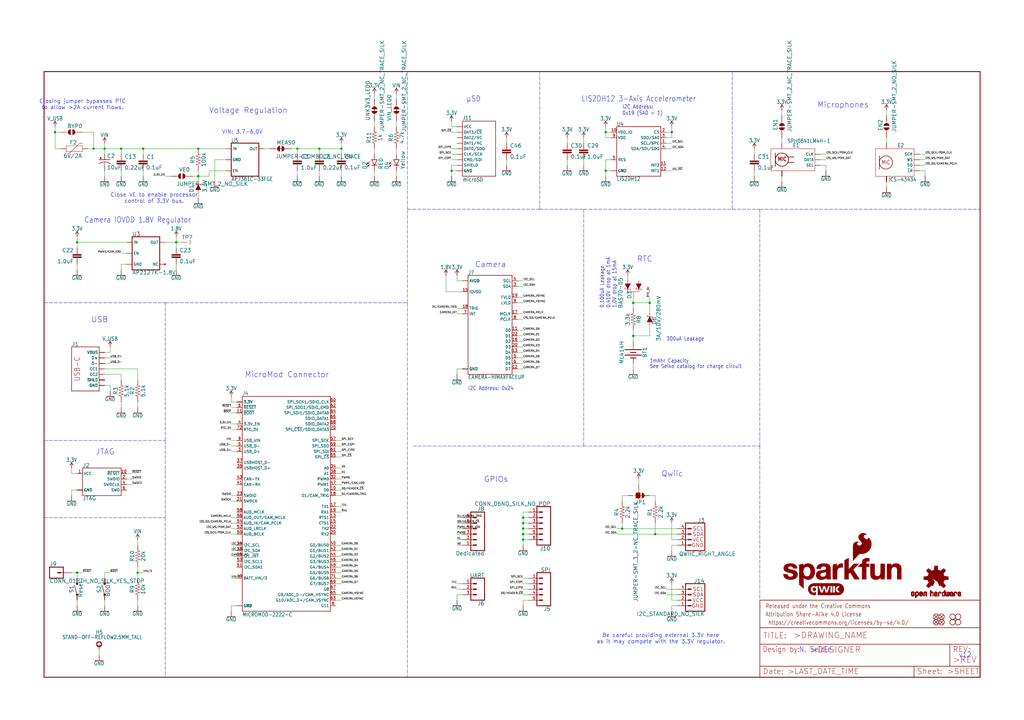
<source format=kicad_sch>
(kicad_sch (version 20211123) (generator eeschema)
  (paper "User" 472.364 332.232)
  (lib_symbols
    (symbol "schematicEagle-eagle-import:0.1UF-0603-100V-10%"
      (property "Reference" "C" (at 1.524 2.921 0))
      (property "Value" "0.1UF-0603-100V-10%" (at 1.524 -2.159 0))
      (symbol "0.1UF-0603-100V-10%_1_0"
        (pin passive line (at 0 5.08 270) (length 2.54) (name "1") (number "1"))
        (pin passive line (at 0 -2.54 90) (length 2.54) (name "2") (number "2"))
      )
    )
    (symbol "schematicEagle-eagle-import:0.1UF-0603-25V-(+80{slash}-20%)"
      (property "Reference" "C" (at 1.524 2.921 0))
      (property "Value" "0.1UF-0603-25V-(+80{slash}-20%)" (at 1.524 -2.159 0))
      (symbol "0.1UF-0603-25V-(+80{slash}-20%)_1_0"
        (pin passive line (at 0 5.08 270) (length 2.54) (name "1") (number "1"))
        (pin passive line (at 0 -2.54 90) (length 2.54) (name "2") (number "2"))
      )
    )
    (symbol "schematicEagle-eagle-import:0.22UF-0603-25V-10%"
      (property "Reference" "C" (at 1.524 2.921 0))
      (property "Value" "0.22UF-0603-25V-10%" (at 1.524 -2.159 0))
      (symbol "0.22UF-0603-25V-10%_1_0"
        (pin passive line (at 0 5.08 270) (length 2.54) (name "1") (number "1"))
        (pin passive line (at 0 -2.54 90) (length 2.54) (name "2") (number "2"))
      )
    )
    (symbol "schematicEagle-eagle-import:1.0UF-0603-16V-10%"
      (property "Reference" "C" (at 1.524 2.921 0))
      (property "Value" "1.0UF-0603-16V-10%" (at 1.524 -2.159 0))
      (symbol "1.0UF-0603-16V-10%_1_0"
        (pin passive line (at 0 5.08 270) (length 2.54) (name "1") (number "1"))
        (pin passive line (at 0 -2.54 90) (length 2.54) (name "2") (number "2"))
      )
    )
    (symbol "schematicEagle-eagle-import:1.8V" (power)
      (property "Value" "1.8V" (at 0 2.794 0))
      (symbol "1.8V_1_0"
        (pin power_in line (at 0 0 90) (length 2.54) (name "1.8V") (number "1"))
      )
    )
    (symbol "schematicEagle-eagle-import:100KOHM-0603-1{slash}10W-1%"
      (property "Reference" "R" (at 0 1.524 0))
      (property "Value" "100KOHM-0603-1{slash}10W-1%" (at 0 -1.524 0))
      (symbol "100KOHM-0603-1{slash}10W-1%_1_0"
        (pin passive line (at -5.08 0 0) (length 2.54) (name "1") (number "1"))
        (pin passive line (at 5.08 0 180) (length 2.54) (name "2") (number "2"))
      )
    )
    (symbol "schematicEagle-eagle-import:10KOHM-0603-1{slash}10W-1%"
      (property "Reference" "R" (at 0 1.524 0))
      (property "Value" "10KOHM-0603-1{slash}10W-1%" (at 0 -1.524 0))
      (symbol "10KOHM-0603-1{slash}10W-1%_1_0"
        (pin passive line (at -5.08 0 0) (length 2.54) (name "1") (number "1"))
        (pin passive line (at 5.08 0 180) (length 2.54) (name "2") (number "2"))
      )
    )
    (symbol "schematicEagle-eagle-import:10UF-POLAR-EIA3216-16V-10%(TANT)"
      (property "Reference" "C" (at 1.016 0.635 0))
      (property "Value" "10UF-POLAR-EIA3216-16V-10%(TANT)" (at 1.016 -4.191 0))
      (symbol "10UF-POLAR-EIA3216-16V-10%(TANT)_1_0"
        (pin passive line (at 0 2.54 270) (length 2.54) (name "+") (number "+"))
        (pin passive line (at 0 -5.08 90) (length 2.54) (name "-") (number "-"))
      )
    )
    (symbol "schematicEagle-eagle-import:1KOHM-0603-1{slash}10W-1%"
      (property "Reference" "R" (at 0 1.524 0))
      (property "Value" "1KOHM-0603-1{slash}10W-1%" (at 0 -1.524 0))
      (symbol "1KOHM-0603-1{slash}10W-1%_1_0"
        (pin passive line (at -5.08 0 0) (length 2.54) (name "1") (number "1"))
        (pin passive line (at 5.08 0 180) (length 2.54) (name "2") (number "2"))
      )
    )
    (symbol "schematicEagle-eagle-import:2.2KOHM-0603-1{slash}10W-1%"
      (property "Reference" "R" (at 0 1.524 0))
      (property "Value" "2.2KOHM-0603-1{slash}10W-1%" (at 0 -1.524 0))
      (symbol "2.2KOHM-0603-1{slash}10W-1%_1_0"
        (pin passive line (at -5.08 0 0) (length 2.54) (name "1") (number "1"))
        (pin passive line (at 5.08 0 180) (length 2.54) (name "2") (number "2"))
      )
    )
    (symbol "schematicEagle-eagle-import:20KOHM-0603-1{slash}10W-1%"
      (property "Reference" "R" (at 0 1.524 0))
      (property "Value" "20KOHM-0603-1{slash}10W-1%" (at 0 -1.524 0))
      (symbol "20KOHM-0603-1{slash}10W-1%_1_0"
        (pin passive line (at -5.08 0 0) (length 2.54) (name "1") (number "1"))
        (pin passive line (at 5.08 0 180) (length 2.54) (name "2") (number "2"))
      )
    )
    (symbol "schematicEagle-eagle-import:3.3KOHM-0603-1{slash}10W-1%"
      (property "Reference" "R" (at 0 1.524 0))
      (property "Value" "3.3KOHM-0603-1{slash}10W-1%" (at 0 -1.524 0))
      (symbol "3.3KOHM-0603-1{slash}10W-1%_1_0"
        (pin passive line (at -5.08 0 0) (length 2.54) (name "1") (number "1"))
        (pin passive line (at 5.08 0 180) (length 2.54) (name "2") (number "2"))
      )
    )
    (symbol "schematicEagle-eagle-import:3.3V" (power)
      (property "Value" "3.3V" (at 0 2.794 0))
      (symbol "3.3V_1_0"
        (pin power_in line (at 0 0 90) (length 2.54) (name "3.3V") (number "1"))
      )
    )
    (symbol "schematicEagle-eagle-import:4.7KOHM-0603-1{slash}10W-1%"
      (property "Reference" "R" (at 0 1.524 0))
      (property "Value" "4.7KOHM-0603-1{slash}10W-1%" (at 0 -1.524 0))
      (symbol "4.7KOHM-0603-1{slash}10W-1%_1_0"
        (pin passive line (at -5.08 0 0) (length 2.54) (name "1") (number "1"))
        (pin passive line (at 5.08 0 180) (length 2.54) (name "2") (number "2"))
      )
    )
    (symbol "schematicEagle-eagle-import:5.1KOHM5.1KOHM-0603-1{slash}10W-1%"
      (property "Reference" "R" (at 0 1.524 0))
      (property "Value" "5.1KOHM5.1KOHM-0603-1{slash}10W-1%" (at 0 -1.524 0))
      (symbol "5.1KOHM5.1KOHM-0603-1{slash}10W-1%_1_0"
        (pin passive line (at -5.08 0 0) (length 2.54) (name "1") (number "1"))
        (pin passive line (at 5.08 0 180) (length 2.54) (name "2") (number "2"))
      )
    )
    (symbol "schematicEagle-eagle-import:AP7361C-33FGEUDFN-8"
      (property "Reference" "U" (at -7.62 7.874 0))
      (property "Value" "AP7361C-33FGEUDFN-8" (at -7.62 -7.874 0))
      (symbol "AP7361C-33FGEUDFN-8_1_0"
        (pin output line (at 7.62 5.08 180) (length 2.54) (name "OUT") (number "1"))
        (pin input line (at -10.16 0 0) (length 2.54) (name "GND") (number "4"))
        (pin bidirectional line (at -10.16 -5.08 0) (length 2.54) (name "EN") (number "5"))
        (pin input line (at -10.16 5.08 0) (length 2.54) (name "IN") (number "8"))
        (pin input line (at -10.16 0 0) (length 2.54) (name "GND") (number "EP"))
      )
    )
    (symbol "schematicEagle-eagle-import:CAMERA-HIMAXFACEUP"
      (property "Reference" "J" (at -10.16 23.114 0))
      (property "Value" "CAMERA-HIMAXFACEUP" (at -10.16 -23.114 0))
      (symbol "CAMERA-HIMAXFACEUP_1_0"
        (pin bidirectional line (at -12.7 -20.32 0) (length 2.54) (name "GND") (number "10"))
        (pin bidirectional line (at 12.7 -2.54 180) (length 2.54) (name "D0") (number "11"))
        (pin bidirectional line (at 12.7 -20.32 180) (length 2.54) (name "D7") (number "12"))
        (pin bidirectional line (at 12.7 -12.7 180) (length 2.54) (name "D4") (number "13"))
        (pin bidirectional line (at -12.7 20.32 0) (length 2.54) (name "AVDD") (number "14"))
        (pin bidirectional line (at -12.7 15.24 0) (length 2.54) (name "IOVDD") (number "15"))
        (pin bidirectional line (at 12.7 -7.62 180) (length 2.54) (name "D2") (number "16"))
        (pin bidirectional line (at 12.7 5.08 180) (length 2.54) (name "MCLK") (number "17"))
        (pin bidirectional line (at -12.7 7.62 0) (length 2.54) (name "TRIG") (number "18"))
        (pin bidirectional line (at 12.7 12.7 180) (length 2.54) (name "FVLD") (number "19"))
        (pin bidirectional line (at 12.7 -10.16 180) (length 2.54) (name "D3") (number "20"))
        (pin bidirectional line (at -12.7 20.32 0) (length 2.54) (name "AVDD") (number "21"))
        (pin bidirectional line (at 12.7 -5.08 180) (length 2.54) (name "D1") (number "22"))
        (pin bidirectional line (at -12.7 -20.32 0) (length 2.54) (name "GND") (number "23"))
        (pin bidirectional line (at 12.7 17.78 180) (length 2.54) (name "SDA") (number "3"))
        (pin bidirectional line (at 12.7 20.32 180) (length 2.54) (name "SCL") (number "4"))
        (pin bidirectional line (at 12.7 -15.24 180) (length 2.54) (name "D5") (number "5"))
        (pin bidirectional line (at 12.7 -17.78 180) (length 2.54) (name "D6") (number "6"))
        (pin bidirectional line (at -12.7 5.08 0) (length 2.54) (name "INT") (number "7"))
        (pin bidirectional line (at 12.7 2.54 180) (length 2.54) (name "PCLK") (number "8"))
        (pin bidirectional line (at 12.7 10.16 180) (length 2.54) (name "LVLD") (number "9"))
        (pin bidirectional line (at -2.54 -22.86 0) (length 0) (name "MNT1") (number "MNT1"))
        (pin bidirectional line (at 2.54 -22.86 0) (length 0) (name "MNT2") (number "MNT2"))
      )
    )
    (symbol "schematicEagle-eagle-import:CONN_01PTH_NO_SILK_YES_STOP"
      (property "Reference" "J" (at -2.54 3.048 0))
      (property "Value" "CONN_01PTH_NO_SILK_YES_STOP" (at -2.54 -4.826 0))
      (symbol "CONN_01PTH_NO_SILK_YES_STOP_1_0"
        (pin passive line (at 7.62 0 180) (length 5.08) (name "1") (number "1"))
      )
    )
    (symbol "schematicEagle-eagle-import:CONN_031X03_NO_SILK"
      (property "Reference" "J" (at -2.54 5.588 0))
      (property "Value" "CONN_031X03_NO_SILK" (at -2.54 -7.366 0))
      (symbol "CONN_031X03_NO_SILK_1_0"
        (pin passive line (at 7.62 -2.54 180) (length 5.08) (name "1") (number "1"))
        (pin passive line (at 7.62 0 180) (length 5.08) (name "2") (number "2"))
        (pin passive line (at 7.62 2.54 180) (length 5.08) (name "3") (number "3"))
      )
    )
    (symbol "schematicEagle-eagle-import:CONN_05NO_SILK"
      (property "Reference" "J" (at -2.54 8.128 0))
      (property "Value" "CONN_05NO_SILK" (at -2.54 -9.906 0))
      (symbol "CONN_05NO_SILK_1_0"
        (pin passive line (at 7.62 -5.08 180) (length 5.08) (name "1") (number "1"))
        (pin passive line (at 7.62 -2.54 180) (length 5.08) (name "2") (number "2"))
        (pin passive line (at 7.62 0 180) (length 5.08) (name "3") (number "3"))
        (pin passive line (at 7.62 2.54 180) (length 5.08) (name "4") (number "4"))
        (pin passive line (at 7.62 5.08 180) (length 5.08) (name "5") (number "5"))
      )
    )
    (symbol "schematicEagle-eagle-import:CONN_06NO_SILK_NO_POP"
      (property "Reference" "J" (at -5.08 10.668 0))
      (property "Value" "CONN_06NO_SILK_NO_POP" (at -5.08 -9.906 0))
      (symbol "CONN_06NO_SILK_NO_POP_1_0"
        (pin passive line (at 5.08 -5.08 180) (length 5.08) (name "1") (number "1"))
        (pin passive line (at 5.08 -2.54 180) (length 5.08) (name "2") (number "2"))
        (pin passive line (at 5.08 0 180) (length 5.08) (name "3") (number "3"))
        (pin passive line (at 5.08 2.54 180) (length 5.08) (name "4") (number "4"))
        (pin passive line (at 5.08 5.08 180) (length 5.08) (name "5") (number "5"))
        (pin passive line (at 5.08 7.62 180) (length 5.08) (name "6") (number "6"))
      )
    )
    (symbol "schematicEagle-eagle-import:CORTEX_JTAG_DEBUG_MINIMUM_PTH"
      (property "Reference" "J" (at -10.16 7.874 0))
      (property "Value" "CORTEX_JTAG_DEBUG_MINIMUM_PTH" (at -10.16 -7.366 0))
      (symbol "CORTEX_JTAG_DEBUG_MINIMUM_PTH_1_0"
        (pin bidirectional line (at -12.7 5.08 0) (length 2.54) (name "VCC") (number "1"))
        (pin bidirectional line (at 10.16 5.08 180) (length 2.54) (name "~{RESET}") (number "10"))
        (pin bidirectional line (at 10.16 2.54 180) (length 2.54) (name "SWDIO") (number "2"))
        (pin bidirectional line (at -12.7 -2.54 0) (length 2.54) (name "GND") (number "3"))
        (pin bidirectional line (at 10.16 0 180) (length 2.54) (name "SWDCLK") (number "4"))
        (pin bidirectional line (at -12.7 -2.54 0) (length 2.54) (name "GND") (number "5"))
        (pin bidirectional line (at 10.16 -2.54 180) (length 2.54) (name "SWO") (number "6"))
        (pin bidirectional line (at -12.7 -2.54 0) (length 2.54) (name "GND") (number "9"))
      )
    )
    (symbol "schematicEagle-eagle-import:DIODE-SCHOTTKY-BAT60A"
      (property "Reference" "D" (at -2.54 2.032 0))
      (property "Value" "DIODE-SCHOTTKY-BAT60A" (at -2.54 -2.032 0))
      (symbol "DIODE-SCHOTTKY-BAT60A_1_0"
        (pin passive line (at -2.54 0 0) (length 0) (name "A") (number "A"))
        (pin passive line (at 2.54 0 180) (length 0) (name "C") (number "C"))
      )
    )
    (symbol "schematicEagle-eagle-import:DIODE-SCHOTTKY-DUAL"
      (property "Reference" "D" (at -2.54 4.572 0))
      (property "Value" "DIODE-SCHOTTKY-DUAL" (at -2.54 -4.572 0))
      (symbol "DIODE-SCHOTTKY-DUAL_1_0"
        (pin passive line (at -2.54 2.54 0) (length 0) (name "A") (number "1"))
        (pin passive line (at -2.54 -2.54 0) (length 0) (name "A1") (number "2"))
        (pin passive line (at 5.08 0 180) (length 0) (name "C") (number "3"))
      )
    )
    (symbol "schematicEagle-eagle-import:DIODE-ZENER-MM3Z3V3T1G"
      (property "Reference" "D" (at -2.54 2.032 0))
      (property "Value" "DIODE-ZENER-MM3Z3V3T1G" (at -2.54 -2.032 0))
      (symbol "DIODE-ZENER-MM3Z3V3T1G_1_0"
        (pin passive line (at -2.54 0 0) (length 0) (name "A") (number "A"))
        (pin passive line (at 2.54 0 180) (length 0) (name "C") (number "C"))
      )
    )
    (symbol "schematicEagle-eagle-import:FIDUCIALUFIDUCIAL")
    (symbol "schematicEagle-eagle-import:FRAME-LEDGER"
      (symbol "FRAME-LEDGER_2_0"
        (text " https://creativecommons.org/licenses/by-sa/4.0/" (at 2.54 24.13 0) (effects (font (size 1.9304 1.6408)) (justify left bottom)))
        (text ">DESIGNER" (at 23.114 11.176 0) (effects (font (size 2.7432 2.7432)) (justify left bottom)))
        (text ">DRAWING_NAME" (at 15.494 17.78 0) (effects (font (size 2.7432 2.7432)) (justify left bottom)))
        (text ">LAST_DATE_TIME" (at 12.7 1.27 0) (effects (font (size 2.54 2.54)) (justify left bottom)))
        (text ">REV" (at 88.9 6.604 0) (effects (font (size 2.7432 2.7432)) (justify left bottom)))
        (text ">SHEET" (at 86.36 1.27 0) (effects (font (size 2.54 2.54)) (justify left bottom)))
        (text "Attribution Share-Alike 4.0 License" (at 2.54 27.94 0) (effects (font (size 1.9304 1.6408)) (justify left bottom)))
        (text "Date:" (at 1.27 1.27 0) (effects (font (size 2.54 2.54)) (justify left bottom)))
        (text "Design by:" (at 1.27 11.43 0) (effects (font (size 2.54 2.159)) (justify left bottom)))
        (text "Released under the Creative Commons" (at 2.54 31.75 0) (effects (font (size 1.9304 1.6408)) (justify left bottom)))
        (text "REV:" (at 88.9 11.43 0) (effects (font (size 2.54 2.54)) (justify left bottom)))
        (text "Sheet:" (at 72.39 1.27 0) (effects (font (size 2.54 2.54)) (justify left bottom)))
        (text "TITLE:" (at 1.524 17.78 0) (effects (font (size 2.54 2.54)) (justify left bottom)))
      )
    )
    (symbol "schematicEagle-eagle-import:GND" (power)
      (property "Value" "GND" (at 0 -0.254 0))
      (symbol "GND_1_0"
        (pin power_in line (at 0 2.54 270) (length 2.54) (name "GND") (number "1"))
      )
    )
    (symbol "schematicEagle-eagle-import:I2C_STANDARD_NO_SILK"
      (property "Reference" "J" (at -5.08 7.874 0))
      (property "Value" "I2C_STANDARD_NO_SILK" (at -5.08 -5.334 0))
      (symbol "I2C_STANDARD_NO_SILK_1_0"
        (text "GND" (at -4.572 -2.54 0) (effects (font (size 1.778 1.778)) (justify left)))
        (text "SCL" (at -4.572 5.08 0) (effects (font (size 1.778 1.778)) (justify left)))
        (text "SDA" (at -4.572 2.54 0) (effects (font (size 1.778 1.778)) (justify left)))
        (text "VCC" (at -4.572 0 0) (effects (font (size 1.778 1.778)) (justify left)))
        (pin power_in line (at 7.62 -2.54 180) (length 5.08) (name "1") (number "1"))
        (pin power_in line (at 7.62 0 180) (length 5.08) (name "2") (number "2"))
        (pin passive line (at 7.62 2.54 180) (length 5.08) (name "3") (number "3"))
        (pin passive line (at 7.62 5.08 180) (length 5.08) (name "4") (number "4"))
      )
    )
    (symbol "schematicEagle-eagle-import:ICS-43434"
      (property "Reference" "E" (at 1.524 6.604 0))
      (property "Value" "ICS-43434" (at 2.286 -9.144 0))
      (symbol "ICS-43434_1_0"
        (text "MIC" (at -5.334 -1.27 0) (effects (font (size 1.778 1.5113))))
        (pin output line (at 10.16 0 180) (length 2.54) (name "WS") (number "1"))
        (pin input line (at 10.16 -5.08 180) (length 2.54) (name "~{L}R") (number "2"))
        (pin power_in line (at -5.08 -10.16 90) (length 2.54) (name "GND") (number "3"))
        (pin input line (at 10.16 2.54 180) (length 2.54) (name "SCK") (number "4"))
        (pin power_in line (at -5.08 7.62 270) (length 2.54) (name "VDD") (number "5"))
        (pin input line (at 10.16 -2.54 180) (length 2.54) (name "SD") (number "6"))
        (pin power_in line (at -5.08 -10.16 90) (length 2.54) (name "GND") (number "7"))
        (pin power_in line (at -5.08 -10.16 90) (length 2.54) (name "GND") (number "8"))
        (pin power_in line (at -5.08 -10.16 90) (length 2.54) (name "GND") (number "9"))
      )
    )
    (symbol "schematicEagle-eagle-import:JUMPER-COMBO_2_NC_TRACE"
      (property "Reference" "JP" (at -2.54 2.54 0))
      (property "Value" "JUMPER-COMBO_2_NC_TRACE" (at -2.54 -2.54 0))
      (symbol "JUMPER-COMBO_2_NC_TRACE_1_0"
        (pin passive line (at -5.08 0 0) (length 2.54) (name "1") (number "1"))
        (pin passive line (at 5.08 0 180) (length 2.54) (name "2") (number "2"))
        (pin passive line (at -5.08 0 0) (length 2.54) (name "1") (number "3"))
        (pin passive line (at 5.08 0 180) (length 2.54) (name "2") (number "4"))
      )
    )
    (symbol "schematicEagle-eagle-import:JUMPER-SMT_2_NC_TRACE_SILK"
      (property "Reference" "JP" (at -2.54 2.54 0))
      (property "Value" "JUMPER-SMT_2_NC_TRACE_SILK" (at -2.54 -2.54 0))
      (symbol "JUMPER-SMT_2_NC_TRACE_SILK_1_0"
        (pin passive line (at -5.08 0 0) (length 2.54) (name "1") (number "1"))
        (pin passive line (at 5.08 0 180) (length 2.54) (name "2") (number "2"))
      )
    )
    (symbol "schematicEagle-eagle-import:JUMPER-SMT_2_NO_SILK"
      (property "Reference" "JP" (at -2.54 2.54 0))
      (property "Value" "JUMPER-SMT_2_NO_SILK" (at -2.54 -2.54 0))
      (symbol "JUMPER-SMT_2_NO_SILK_1_0"
        (pin passive line (at -5.08 0 0) (length 2.54) (name "1") (number "1"))
        (pin passive line (at 5.08 0 180) (length 2.54) (name "2") (number "2"))
      )
    )
    (symbol "schematicEagle-eagle-import:JUMPER-SMT_3_2-NC_TRACE_SILK"
      (property "Reference" "JP" (at 2.54 0.381 0))
      (property "Value" "JUMPER-SMT_3_2-NC_TRACE_SILK" (at 2.54 -0.381 0))
      (symbol "JUMPER-SMT_3_2-NC_TRACE_SILK_1_0"
        (pin passive line (at 0 5.08 270) (length 2.54) (name "1") (number "1"))
        (pin passive line (at -5.08 0 0) (length 2.54) (name "2") (number "2"))
        (pin passive line (at 0 -5.08 90) (length 2.54) (name "3") (number "3"))
      )
    )
    (symbol "schematicEagle-eagle-import:LED-RED0603"
      (property "Reference" "D" (at -3.429 -4.572 90))
      (property "Value" "LED-RED0603" (at 1.905 -4.572 90))
      (symbol "LED-RED0603_1_0"
        (pin passive line (at 0 2.54 270) (length 2.54) (name "A") (number "A"))
        (pin passive line (at 0 -5.08 90) (length 2.54) (name "C") (number "C"))
      )
    )
    (symbol "schematicEagle-eagle-import:LED-YELLOW0603"
      (property "Reference" "D" (at -3.429 -4.572 90))
      (property "Value" "LED-YELLOW0603" (at 1.905 -4.572 90))
      (symbol "LED-YELLOW0603_1_0"
        (pin passive line (at 0 2.54 270) (length 2.54) (name "A") (number "A"))
        (pin passive line (at 0 -5.08 90) (length 2.54) (name "C") (number "C"))
      )
    )
    (symbol "schematicEagle-eagle-import:LIS2DH12"
      (property "Reference" "U" (at -10.16 12.954 0))
      (property "Value" "LIS2DH12" (at -10.16 -10.414 0))
      (symbol "LIS2DH12_1_0"
        (pin bidirectional line (at 12.7 5.08 180) (length 2.54) (name "SCL/SPC") (number "1"))
        (pin bidirectional line (at -12.7 10.16 0) (length 2.54) (name "VDD_IO") (number "10"))
        (pin bidirectional line (at 12.7 -5.08 180) (length 2.54) (name "INT2") (number "11"))
        (pin bidirectional line (at 12.7 -7.62 180) (length 2.54) (name "INT1") (number "12"))
        (pin bidirectional line (at 12.7 10.16 180) (length 2.54) (name "CS") (number "2"))
        (pin bidirectional line (at 12.7 7.62 180) (length 2.54) (name "SDO/SA0") (number "3"))
        (pin bidirectional line (at 12.7 2.54 180) (length 2.54) (name "SDA/SDI/SDO") (number "4"))
        (pin bidirectional line (at -12.7 -2.54 0) (length 2.54) (name "RES") (number "5"))
        (pin bidirectional line (at -12.7 -7.62 0) (length 2.54) (name "GND") (number "6"))
        (pin bidirectional line (at -12.7 -7.62 0) (length 2.54) (name "GND") (number "7"))
        (pin bidirectional line (at -12.7 -7.62 0) (length 2.54) (name "GND") (number "8"))
        (pin bidirectional line (at -12.7 7.62 0) (length 2.54) (name "VDD") (number "9"))
      )
    )
    (symbol "schematicEagle-eagle-import:MICRO-SD-SDIOPUSH-PUSH"
      (property "Reference" "J" (at -5.08 13.208 0))
      (property "Value" "MICRO-SD-SDIOPUSH-PUSH" (at -5.08 -15.24 0))
      (symbol "MICRO-SD-SDIOPUSH-PUSH_1_0"
        (pin bidirectional line (at -7.62 -7.62 0) (length 2.54) (name "SHIELD") (number "CD1"))
        (pin bidirectional line (at -7.62 7.62 0) (length 2.54) (name "DAT3/~{CS}") (number "CS/DAT3"))
        (pin bidirectional line (at -7.62 2.54 0) (length 2.54) (name "DAT1/NC") (number "DAT1"))
        (pin bidirectional line (at -7.62 5.08 0) (length 2.54) (name "DAT2/NC") (number "DAT2"))
        (pin bidirectional line (at -7.62 -5.08 0) (length 2.54) (name "CMD/SDI") (number "DI/CMD"))
        (pin bidirectional line (at -7.62 0 0) (length 2.54) (name "DAT0/SDO") (number "DO/DAT0"))
        (pin bidirectional line (at -7.62 -10.16 0) (length 2.54) (name "GND") (number "GND"))
        (pin bidirectional line (at -7.62 -10.16 0) (length 2.54) (name "GND") (number "GND1"))
        (pin bidirectional line (at -7.62 -10.16 0) (length 2.54) (name "GND") (number "GND3"))
        (pin bidirectional line (at -7.62 -2.54 0) (length 2.54) (name "CLK/SCK") (number "SCLK"))
        (pin bidirectional line (at -7.62 10.16 0) (length 2.54) (name "VCC") (number "VCC"))
      )
    )
    (symbol "schematicEagle-eagle-import:MICROMOD-2222-C"
      (property "Reference" "J" (at -20.32 53.848 0))
      (property "Value" "MICROMOD-2222-C" (at -20.32 -48.26 0))
      (symbol "MICROMOD-2222-C_1_0"
        (pin bidirectional line (at -22.86 -43.18 0) (length 2.54) (name "GND") (number "1"))
        (pin bidirectional line (at 22.86 10.16 180) (length 2.54) (name "D0") (number "10"))
        (pin bidirectional line (at -22.86 45.72 0) (length 2.54) (name "~{BOOT}") (number "11"))
        (pin bidirectional line (at -22.86 -17.78 0) (length 2.54) (name "I2C_SDA") (number "12"))
        (pin bidirectional line (at 22.86 -2.54 180) (length 2.54) (name "RTS1") (number "13"))
        (pin bidirectional line (at -22.86 -15.24 0) (length 2.54) (name "I2C_SCL") (number "14"))
        (pin bidirectional line (at 22.86 -5.08 180) (length 2.54) (name "CTS1") (number "15"))
        (pin bidirectional line (at -22.86 -20.32 0) (length 2.54) (name "I2C_~{INT}") (number "16"))
        (pin bidirectional line (at 22.86 2.54 180) (length 2.54) (name "TX1") (number "17"))
        (pin bidirectional line (at 22.86 7.62 180) (length 2.54) (name "D1/CAM_TRIG") (number "18"))
        (pin bidirectional line (at 22.86 0 180) (length 2.54) (name "RX1") (number "19"))
        (pin bidirectional line (at -22.86 50.8 0) (length 2.54) (name "3.3V") (number "2"))
        (pin bidirectional line (at 22.86 -10.16 180) (length 2.54) (name "RX2") (number "20"))
        (pin bidirectional line (at -22.86 5.08 0) (length 2.54) (name "SWDCK") (number "21"))
        (pin bidirectional line (at 22.86 -7.62 180) (length 2.54) (name "TX2") (number "22"))
        (pin bidirectional line (at -22.86 7.62 0) (length 2.54) (name "SWDIO") (number "23"))
        (pin bidirectional line (at -22.86 27.94 0) (length 2.54) (name "USB_D+") (number "3"))
        (pin bidirectional line (at 22.86 15.24 180) (length 2.54) (name "PWM0") (number "32"))
        (pin bidirectional line (at -22.86 -43.18 0) (length 2.54) (name "GND") (number "33"))
        (pin bidirectional line (at 22.86 20.32 180) (length 2.54) (name "A0") (number "34"))
        (pin bidirectional line (at -22.86 20.32 0) (length 2.54) (name "USBHOST_D+") (number "35"))
        (pin bidirectional line (at -22.86 -43.18 0) (length 2.54) (name "GND") (number "36"))
        (pin bidirectional line (at -22.86 22.86 0) (length 2.54) (name "USBHOST_D-") (number "37"))
        (pin bidirectional line (at 22.86 17.78 180) (length 2.54) (name "A1") (number "38"))
        (pin bidirectional line (at -22.86 -43.18 0) (length 2.54) (name "GND") (number "39"))
        (pin bidirectional line (at -22.86 40.64 0) (length 2.54) (name "3.3V_EN") (number "4"))
        (pin bidirectional line (at 22.86 -15.24 180) (length 2.54) (name "G0/BUS0") (number "40"))
        (pin bidirectional line (at -22.86 12.7 0) (length 2.54) (name "CAN-RX") (number "41"))
        (pin bidirectional line (at 22.86 -17.78 180) (length 2.54) (name "G1/BUS1") (number "42"))
        (pin bidirectional line (at -22.86 15.24 0) (length 2.54) (name "CAN-TX") (number "43"))
        (pin bidirectional line (at 22.86 -20.32 180) (length 2.54) (name "G2/BUS2") (number "44"))
        (pin bidirectional line (at -22.86 -43.18 0) (length 2.54) (name "GND") (number "45"))
        (pin bidirectional line (at 22.86 -22.86 180) (length 2.54) (name "G3/BUS3") (number "46"))
        (pin bidirectional line (at 22.86 12.7 180) (length 2.54) (name "PWM1") (number "47"))
        (pin bidirectional line (at 22.86 -25.4 180) (length 2.54) (name "G4/BUS4") (number "48"))
        (pin bidirectional line (at -22.86 -30.48 0) (length 2.54) (name "BATT_VIN/3") (number "49"))
        (pin bidirectional line (at -22.86 30.48 0) (length 2.54) (name "USB_D-") (number "5"))
        (pin bidirectional line (at -22.86 -10.16 0) (length 2.54) (name "AUD_BCLK") (number "50"))
        (pin bidirectional line (at -22.86 -25.4 0) (length 2.54) (name "I2C_SDA1") (number "51"))
        (pin bidirectional line (at -22.86 -7.62 0) (length 2.54) (name "AUD_LRCLK") (number "52"))
        (pin bidirectional line (at -22.86 -22.86 0) (length 2.54) (name "I2C_SCL1") (number "53"))
        (pin bidirectional line (at -22.86 -5.08 0) (length 2.54) (name "AUD_IN/CAM_PCLK") (number "54"))
        (pin bidirectional line (at 22.86 25.4 180) (length 2.54) (name "SPI_~{CS}") (number "55"))
        (pin bidirectional line (at -22.86 -2.54 0) (length 2.54) (name "AUD_OUT/CAM_MCLK") (number "56"))
        (pin bidirectional line (at 22.86 33.02 180) (length 2.54) (name "SPI_SCK") (number "57"))
        (pin bidirectional line (at -22.86 0 0) (length 2.54) (name "AUD_MCLK") (number "58"))
        (pin bidirectional line (at 22.86 30.48 180) (length 2.54) (name "SPI_SDO") (number "59"))
        (pin bidirectional line (at -22.86 48.26 0) (length 2.54) (name "~{RESET}") (number "6"))
        (pin bidirectional line (at 22.86 50.8 180) (length 2.54) (name "SPI_SCK1/SDIO_CLK") (number "60"))
        (pin bidirectional line (at 22.86 27.94 180) (length 2.54) (name "SPI_SDI") (number "61"))
        (pin bidirectional line (at 22.86 48.26 180) (length 2.54) (name "SPI_SDO1/SDIO_CMD") (number "62"))
        (pin bidirectional line (at 22.86 -40.64 180) (length 2.54) (name "G10/ADC_D+/CAM_VSYNC") (number "63"))
        (pin bidirectional line (at 22.86 45.72 180) (length 2.54) (name "SPI_SDI1/SDIO_DATA0") (number "64"))
        (pin bidirectional line (at 22.86 -38.1 180) (length 2.54) (name "G9/ADC_D-/CAM_HSYNC") (number "65"))
        (pin bidirectional line (at 22.86 43.18 180) (length 2.54) (name "SDIO_DATA1") (number "66"))
        (pin bidirectional line (at 22.86 -35.56 180) (length 2.54) (name "G8") (number "67"))
        (pin bidirectional line (at 22.86 40.64 180) (length 2.54) (name "SDIO_DATA2") (number "68"))
        (pin bidirectional line (at 22.86 -33.02 180) (length 2.54) (name "G7/BUS7") (number "69"))
        (pin bidirectional line (at -22.86 -43.18 0) (length 2.54) (name "GND") (number "7"))
        (pin bidirectional line (at 22.86 38.1 180) (length 2.54) (name "SPI_~{CS1}/SDIO_DATA3") (number "70"))
        (pin bidirectional line (at 22.86 -30.48 180) (length 2.54) (name "G6/BUS6") (number "71"))
        (pin bidirectional line (at -22.86 38.1 0) (length 2.54) (name "RTC_3V") (number "72"))
        (pin bidirectional line (at 22.86 -27.94 180) (length 2.54) (name "G5/BUS5") (number "73"))
        (pin bidirectional line (at -22.86 50.8 0) (length 2.54) (name "3.3V") (number "74"))
        (pin bidirectional line (at -22.86 -43.18 0) (length 2.54) (name "GND") (number "75"))
        (pin bidirectional line (at 22.86 -43.18 180) (length 2.54) (name "G11") (number "8"))
        (pin bidirectional line (at -22.86 33.02 0) (length 2.54) (name "USB_VIN") (number "9"))
      )
    )
    (symbol "schematicEagle-eagle-import:ML414H_IV01E_BATTERY"
      (property "Reference" "BT" (at 0 4.318 0))
      (property "Value" "ML414H_IV01E_BATTERY" (at 0 -4.318 0))
      (symbol "ML414H_IV01E_BATTERY_1_0"
        (pin power_in line (at -5.08 0 0) (length 2.54) (name "+") (number "+"))
        (pin power_in line (at 5.08 0 180) (length 2.54) (name "-") (number "-"))
      )
    )
    (symbol "schematicEagle-eagle-import:MOMENTARY-SWITCH-SPST-SMD-5.2-TALL-REDUNDANT"
      (property "Reference" "S" (at 0 1.524 0))
      (property "Value" "MOMENTARY-SWITCH-SPST-SMD-5.2-TALL-REDUNDANT" (at 0 -0.508 0))
      (symbol "MOMENTARY-SWITCH-SPST-SMD-5.2-TALL-REDUNDANT_1_0"
        (pin passive line (at -5.08 0 0) (length 2.54) (name "1") (number "1"))
        (pin passive line (at -5.08 0 0) (length 2.54) (name "1") (number "2"))
        (pin passive line (at 5.08 0 180) (length 2.54) (name "2") (number "3"))
        (pin passive line (at 5.08 0 180) (length 2.54) (name "2") (number "4"))
      )
    )
    (symbol "schematicEagle-eagle-import:OSHW-LOGOMINI")
    (symbol "schematicEagle-eagle-import:PPTC_6V2A"
      (property "Reference" "F" (at 1.905 3.175 0))
      (property "Value" "PPTC_6V2A" (at 1.27 -2.794 0))
      (symbol "PPTC_6V2A_1_0"
        (pin bidirectional line (at -5.08 0 0) (length 2.54) (name "1") (number "1"))
        (pin bidirectional line (at 7.62 0 180) (length 2.54) (name "2") (number "2"))
      )
    )
    (symbol "schematicEagle-eagle-import:QWIIC_CONNECTORJS-1MM"
      (property "Reference" "J" (at -5.08 7.874 0))
      (property "Value" "QWIIC_CONNECTORJS-1MM" (at -5.08 -5.334 0))
      (symbol "QWIIC_CONNECTORJS-1MM_1_0"
        (text "GND" (at -4.572 -2.54 0) (effects (font (size 1.778 1.778)) (justify left)))
        (text "SCL" (at -4.572 5.08 0) (effects (font (size 1.778 1.778)) (justify left)))
        (text "SDA" (at -4.572 2.54 0) (effects (font (size 1.778 1.778)) (justify left)))
        (text "VCC" (at -4.572 0 0) (effects (font (size 1.778 1.778)) (justify left)))
        (pin power_in line (at 7.62 -2.54 180) (length 5.08) (name "1") (number "1"))
        (pin power_in line (at 7.62 0 180) (length 5.08) (name "2") (number "2"))
        (pin passive line (at 7.62 2.54 180) (length 5.08) (name "3") (number "3"))
        (pin passive line (at 7.62 5.08 180) (length 5.08) (name "4") (number "4"))
      )
    )
    (symbol "schematicEagle-eagle-import:QWIIC_LOGO_CONNECTOR")
    (symbol "schematicEagle-eagle-import:SFE_LOGO_NAME_FLAME.1_INCH")
    (symbol "schematicEagle-eagle-import:SPH0641LM4H-1_MICROPHONE"
      (property "Reference" "E" (at 1.524 6.604 0))
      (property "Value" "SPH0641LM4H-1_MICROPHONE" (at 2.286 -6.604 0))
      (symbol "SPH0641LM4H-1_MICROPHONE_1_0"
        (text "MIC" (at -7.112 -0.762 0) (effects (font (size 1.778 1.5113) (thickness 0.3023) bold) (justify left bottom)))
        (pin output line (at 12.7 0 180) (length 2.54) (name "DATA") (number "1"))
        (pin input line (at 12.7 -2.54 180) (length 2.54) (name "SEL") (number "2"))
        (pin power_in line (at -5.08 -7.62 90) (length 2.54) (name "GND") (number "3"))
        (pin input line (at 12.7 2.54 180) (length 2.54) (name "CLK") (number "4"))
        (pin power_in line (at -5.08 7.62 270) (length 2.54) (name "VDD") (number "5"))
        (pin power_in line (at -5.08 -7.62 90) (length 2.54) (name "GND") (number "6"))
        (pin power_in line (at -5.08 -7.62 90) (length 2.54) (name "GND") (number "7"))
        (pin power_in line (at -5.08 -7.62 90) (length 2.54) (name "GND") (number "8"))
      )
    )
    (symbol "schematicEagle-eagle-import:STAND-OFF")
    (symbol "schematicEagle-eagle-import:STAND-OFF-REFLOW2.5MM_TALL"
      (property "Reference" "H" (at -2.54 2.54 0))
      (property "Value" "STAND-OFF-REFLOW2.5MM_TALL" (at 2.54 0 0))
      (symbol "STAND-OFF-REFLOW2.5MM_TALL_1_0"
        (pin bidirectional line (at 0 -2.54 90) (length 2.54) (name "1") (number "1"))
      )
    )
    (symbol "schematicEagle-eagle-import:TEST-POINT3X5"
      (property "Reference" "TP" (at -2.54 2.54 0))
      (property "Value" "TEST-POINT3X5" (at -2.54 -2.54 0))
      (symbol "TEST-POINT3X5_1_0"
        (pin bidirectional line (at 0 0 180) (length 0) (name "1") (number "P$1"))
      )
    )
    (symbol "schematicEagle-eagle-import:USB_C_2-LAYER_PADS"
      (property "Reference" "J" (at -2.54 10.414 0))
      (property "Value" "USB_C_2-LAYER_PADS" (at -2.54 -12.446 0))
      (symbol "USB_C_2-LAYER_PADS_1_0"
        (text "USB-C" (at 0 0 900) (effects (font (size 2.54 2.159))))
        (pin bidirectional line (at 12.7 0 180) (length 2.54) (name "CC1") (number "A5"))
        (pin bidirectional line (at 12.7 5.08 180) (length 2.54) (name "D+") (number "A6"))
        (pin bidirectional line (at 12.7 2.54 180) (length 2.54) (name "D-") (number "A7"))
        (pin bidirectional line (at 12.7 -2.54 180) (length 2.54) (name "CC2") (number "B5"))
        (pin bidirectional line (at 12.7 5.08 180) (length 2.54) (name "D+") (number "B6"))
        (pin bidirectional line (at 12.7 2.54 180) (length 2.54) (name "D-") (number "B7"))
        (pin bidirectional line (at 12.7 -7.62 180) (length 2.54) (name "GND") (number "GND"))
        (pin bidirectional line (at 12.7 -7.62 180) (length 2.54) (name "GND") (number "GND2"))
        (pin bidirectional line (at 12.7 -5.08 180) (length 2.54) (name "SHLD") (number "SHLD1"))
        (pin bidirectional line (at 12.7 -5.08 180) (length 2.54) (name "SHLD") (number "SHLD2"))
        (pin bidirectional line (at 12.7 -5.08 180) (length 2.54) (name "SHLD") (number "SHLD3"))
        (pin bidirectional line (at 12.7 -5.08 180) (length 2.54) (name "SHLD") (number "SHLD4"))
        (pin bidirectional line (at 12.7 7.62 180) (length 2.54) (name "VBUS") (number "VBUS1"))
        (pin bidirectional line (at 12.7 7.62 180) (length 2.54) (name "VBUS") (number "VBUS2"))
      )
    )
    (symbol "schematicEagle-eagle-import:VIN" (power)
      (property "Value" "VIN" (at 0 2.794 0))
      (symbol "VIN_1_0"
        (pin power_in line (at 0 0 90) (length 2.54) (name "VIN") (number "1"))
      )
    )
    (symbol "schematicEagle-eagle-import:V_REG_AP2127K-1.8V"
      (property "Reference" "U" (at -7.62 7.874 0))
      (property "Value" "V_REG_AP2127K-1.8V" (at -7.62 -7.874 0))
      (symbol "V_REG_AP2127K-1.8V_1_0"
        (pin input line (at -10.16 5.08 0) (length 2.54) (name "IN") (number "1"))
        (pin input line (at -10.16 -5.08 0) (length 2.54) (name "GND") (number "2"))
        (pin input line (at -10.16 0 0) (length 2.54) (name "EN") (number "3"))
        (pin no_connect line (at 7.62 -5.08 180) (length 2.54) (name "NC") (number "4"))
        (pin passive line (at 7.62 5.08 180) (length 2.54) (name "OUT") (number "5"))
      )
    )
    (symbol "schematicEagle-eagle-import:V_USB" (power)
      (property "Value" "V_USB" (at 0 2.794 0))
      (symbol "V_USB_1_0"
        (pin power_in line (at 0 0 90) (length 2.54) (name "V_USB") (number "1"))
      )
    )
  )
  (junction (at 292.1 154.94))
  (junction (at 66.04 68.58))
  (junction (at 91.44 68.58))
  (junction (at 292.1 139.7))
  (junction (at 35.56 111.76))
  (junction (at 55.88 68.58))
  (junction (at 157.48 68.58))
  (junction (at 299.72 139.7))
  (junction (at 63.5 264.16))
  (junction (at 35.56 264.16))
  (junction (at 43.18 68.58))
  (junction (at 208.28 78.74))
  (junction (at 279.4 78.74))
  (junction (at 241.3 241.3))
  (junction (at 25.4 60.96))
  (junction (at 137.16 68.58))
  (junction (at 81.28 111.76))
  (junction (at 241.3 238.76))
  (junction (at 147.32 68.58))
  (junction (at 287.02 243.84))
  (junction (at 309.88 60.96))
  (junction (at 241.3 243.84))
  (junction (at 91.44 81.28))
  (junction (at 241.3 246.38))
  (junction (at 302.26 246.38))
  (junction (at 48.26 68.58))
  (junction (at 279.4 60.96))
  (junction (at 241.3 248.92))
  (wire (pts (xy 233.68 66.04) (xy 233.68 63.5)))
  (wire (pts (xy 309.88 279.4) (xy 309.88 281.94)))
  (wire (pts (xy 147.32 68.58) (xy 157.48 68.58)))
  (wire (pts (xy 58.42 220.98) (xy 60.96 220.98)))
  (wire (pts (xy 63.5 264.16) (xy 63.5 266.7)))
  (wire (pts (xy 213.36 274.32) (xy 210.82 274.32)))
  (polyline (pts (xy 269.24 205.74) (xy 350.52 205.74)))
  (polyline (pts (xy 187.96 96.52) (xy 248.92 96.52)))
  (wire (pts (xy 360.68 81.28) (xy 360.68 83.82)))
  (wire (pts (xy 106.68 185.42) (xy 106.68 182.88)))
  (wire (pts (xy 63.5 170.18) (xy 63.5 175.26)))
  (wire (pts (xy 299.72 228.6) (xy 302.26 228.6)))
  (wire (pts (xy 109.22 190.5) (xy 106.68 190.5)))
  (wire (pts (xy 182.88 81.28) (xy 182.88 78.74)))
  (wire (pts (xy 347.98 81.28) (xy 347.98 78.74)))
  (wire (pts (xy 269.24 66.04) (xy 269.24 63.5)))
  (wire (pts (xy 134.62 68.58) (xy 137.16 68.58)))
  (wire (pts (xy 154.94 251.46) (xy 157.48 251.46)))
  (wire (pts (xy 287.02 228.6) (xy 289.56 228.6)))
  (polyline (pts (xy 337.82 96.52) (xy 350.52 96.52)))
  (wire (pts (xy 243.84 274.32) (xy 241.3 274.32)))
  (wire (pts (xy 208.28 55.88) (xy 208.28 58.42)))
  (wire (pts (xy 292.1 139.7) (xy 299.72 139.7)))
  (wire (pts (xy 154.94 254) (xy 157.48 254)))
  (wire (pts (xy 154.94 274.32) (xy 157.48 274.32)))
  (wire (pts (xy 43.18 68.58) (xy 48.26 68.58)))
  (wire (pts (xy 241.3 236.22) (xy 241.3 238.76)))
  (wire (pts (xy 360.68 50.8) (xy 360.68 53.34)))
  (wire (pts (xy 109.22 195.58) (xy 106.68 195.58)))
  (polyline (pts (xy 20.32 238.76) (xy 76.2 238.76)))
  (wire (pts (xy 48.26 279.4) (xy 48.26 276.86)))
  (wire (pts (xy 35.56 111.76) (xy 58.42 111.76)))
  (wire (pts (xy 281.94 73.66) (xy 279.4 73.66)))
  (wire (pts (xy 154.94 236.22) (xy 157.48 236.22)))
  (wire (pts (xy 213.36 144.78) (xy 210.82 144.78)))
  (wire (pts (xy 312.42 243.84) (xy 287.02 243.84)))
  (wire (pts (xy 279.4 78.74) (xy 279.4 81.28)))
  (wire (pts (xy 96.52 78.74) (xy 104.14 78.74)))
  (wire (pts (xy 302.26 241.3) (xy 302.26 246.38)))
  (wire (pts (xy 309.88 60.96) (xy 309.88 58.42)))
  (wire (pts (xy 48.26 162.56) (xy 50.8 162.56)))
  (wire (pts (xy 408.94 63.5) (xy 408.94 66.04)))
  (wire (pts (xy 35.56 111.76) (xy 35.56 109.22)))
  (wire (pts (xy 137.16 68.58) (xy 147.32 68.58)))
  (wire (pts (xy 147.32 81.28) (xy 147.32 78.74)))
  (wire (pts (xy 172.72 58.42) (xy 172.72 55.88)))
  (wire (pts (xy 66.04 71.12) (xy 66.04 68.58)))
  (polyline (pts (xy 76.2 238.76) (xy 76.2 312.42)))
  (wire (pts (xy 307.34 78.74) (xy 309.88 78.74)))
  (polyline (pts (xy 190.5 205.74) (xy 269.24 205.74)))
  (wire (pts (xy 299.72 139.7) (xy 299.72 137.16)))
  (wire (pts (xy 292.1 154.94) (xy 292.1 157.48)))
  (wire (pts (xy 238.76 170.18) (xy 241.3 170.18)))
  (wire (pts (xy 172.72 71.12) (xy 172.72 68.58)))
  (polyline (pts (xy 350.52 96.52) (xy 452.12 96.52)))
  (wire (pts (xy 213.36 243.84) (xy 210.82 243.84)))
  (polyline (pts (xy 269.24 96.52) (xy 269.24 205.74)))
  (wire (pts (xy 91.44 83.82) (xy 91.44 81.28)))
  (wire (pts (xy 312.42 248.92) (xy 309.88 248.92)))
  (wire (pts (xy 109.22 208.28) (xy 106.68 208.28)))
  (wire (pts (xy 381 76.2) (xy 381 78.74)))
  (wire (pts (xy 299.72 144.78) (xy 299.72 139.7)))
  (wire (pts (xy 309.88 248.92) (xy 309.88 241.3)))
  (wire (pts (xy 309.88 63.5) (xy 309.88 60.96)))
  (wire (pts (xy 210.82 60.96) (xy 208.28 60.96)))
  (wire (pts (xy 76.2 111.76) (xy 81.28 111.76)))
  (wire (pts (xy 58.42 218.44) (xy 60.96 218.44)))
  (wire (pts (xy 307.34 66.04) (xy 309.88 66.04)))
  (wire (pts (xy 243.84 238.76) (xy 241.3 238.76)))
  (wire (pts (xy 213.36 269.24) (xy 210.82 269.24)))
  (wire (pts (xy 25.4 58.42) (xy 25.4 60.96)))
  (wire (pts (xy 35.56 124.46) (xy 35.56 121.92)))
  (polyline (pts (xy 76.2 203.2) (xy 76.2 238.76)))
  (wire (pts (xy 312.42 279.4) (xy 309.88 279.4)))
  (wire (pts (xy 213.36 251.46) (xy 210.82 251.46)))
  (wire (pts (xy 124.46 68.58) (xy 121.92 68.58)))
  (polyline (pts (xy 76.2 139.7) (xy 187.96 139.7)))
  (wire (pts (xy 104.14 73.66) (xy 99.06 73.66)))
  (wire (pts (xy 48.26 66.04) (xy 48.26 68.58)))
  (wire (pts (xy 238.76 129.54) (xy 241.3 129.54)))
  (wire (pts (xy 378.46 73.66) (xy 381 73.66)))
  (wire (pts (xy 50.8 162.56) (xy 50.8 160.02)))
  (wire (pts (xy 106.68 279.4) (xy 106.68 281.94)))
  (wire (pts (xy 48.26 266.7) (xy 48.26 264.16)))
  (wire (pts (xy 137.16 81.28) (xy 137.16 78.74)))
  (wire (pts (xy 408.94 86.36) (xy 408.94 83.82)))
  (wire (pts (xy 109.22 231.14) (xy 106.68 231.14)))
  (wire (pts (xy 279.4 63.5) (xy 279.4 60.96)))
  (wire (pts (xy 210.82 73.66) (xy 208.28 73.66)))
  (wire (pts (xy 154.94 205.74) (xy 157.48 205.74)))
  (wire (pts (xy 241.3 243.84) (xy 241.3 246.38)))
  (wire (pts (xy 55.88 68.58) (xy 48.26 68.58)))
  (wire (pts (xy 58.42 223.52) (xy 60.96 223.52)))
  (wire (pts (xy 292.1 152.4) (xy 292.1 154.94)))
  (wire (pts (xy 312.42 276.86) (xy 309.88 276.86)))
  (wire (pts (xy 154.94 215.9) (xy 157.48 215.9)))
  (wire (pts (xy 424.18 73.66) (xy 426.72 73.66)))
  (wire (pts (xy 38.1 60.96) (xy 43.18 60.96)))
  (wire (pts (xy 261.62 73.66) (xy 261.62 76.2)))
  (wire (pts (xy 279.4 58.42) (xy 279.4 60.96)))
  (wire (pts (xy 238.76 167.64) (xy 241.3 167.64)))
  (wire (pts (xy 55.88 172.72) (xy 55.88 175.26)))
  (wire (pts (xy 157.48 81.28) (xy 157.48 78.74)))
  (wire (pts (xy 55.88 121.92) (xy 55.88 124.46)))
  (wire (pts (xy 238.76 162.56) (xy 241.3 162.56)))
  (wire (pts (xy 154.94 259.08) (xy 157.48 259.08)))
  (wire (pts (xy 45.72 302.26) (xy 45.72 299.72)))
  (wire (pts (xy 269.24 73.66) (xy 269.24 76.2)))
  (polyline (pts (xy 76.2 139.7) (xy 76.2 203.2)))
  (wire (pts (xy 58.42 121.92) (xy 55.88 121.92)))
  (wire (pts (xy 109.22 228.6) (xy 106.68 228.6)))
  (wire (pts (xy 63.5 261.62) (xy 63.5 264.16)))
  (wire (pts (xy 147.32 68.58) (xy 147.32 71.12)))
  (wire (pts (xy 109.22 205.74) (xy 106.68 205.74)))
  (polyline (pts (xy 20.32 203.2) (xy 76.2 203.2)))
  (wire (pts (xy 281.94 78.74) (xy 279.4 78.74)))
  (wire (pts (xy 238.76 147.32) (xy 241.3 147.32)))
  (wire (pts (xy 66.04 81.28) (xy 66.04 78.74)))
  (wire (pts (xy 287.02 243.84) (xy 284.48 243.84)))
  (wire (pts (xy 154.94 203.2) (xy 157.48 203.2)))
  (wire (pts (xy 210.82 129.54) (xy 210.82 127)))
  (wire (pts (xy 154.94 261.62) (xy 157.48 261.62)))
  (wire (pts (xy 109.22 203.2) (xy 106.68 203.2)))
  (polyline (pts (xy 350.52 96.52) (xy 350.52 205.74)))
  (wire (pts (xy 109.22 187.96) (xy 106.68 187.96)))
  (wire (pts (xy 154.94 208.28) (xy 157.48 208.28)))
  (wire (pts (xy 48.26 170.18) (xy 63.5 170.18)))
  (wire (pts (xy 154.94 269.24) (xy 157.48 269.24)))
  (wire (pts (xy 281.94 63.5) (xy 279.4 63.5)))
  (wire (pts (xy 210.82 172.72) (xy 210.82 170.18)))
  (wire (pts (xy 241.3 238.76) (xy 241.3 241.3)))
  (wire (pts (xy 312.42 271.78) (xy 307.34 271.78)))
  (wire (pts (xy 347.98 71.12) (xy 347.98 68.58)))
  (wire (pts (xy 233.68 76.2) (xy 233.68 73.66)))
  (wire (pts (xy 378.46 76.2) (xy 381 76.2)))
  (wire (pts (xy 154.94 233.68) (xy 157.48 233.68)))
  (wire (pts (xy 208.28 78.74) (xy 208.28 81.28)))
  (wire (pts (xy 241.3 248.92) (xy 241.3 251.46)))
  (wire (pts (xy 238.76 144.78) (xy 241.3 144.78)))
  (wire (pts (xy 109.22 238.76) (xy 106.68 238.76)))
  (wire (pts (xy 287.02 241.3) (xy 287.02 243.84)))
  (wire (pts (xy 109.22 246.38) (xy 106.68 246.38)))
  (wire (pts (xy 360.68 63.5) (xy 360.68 66.04)))
  (wire (pts (xy 210.82 76.2) (xy 208.28 76.2)))
  (wire (pts (xy 48.26 172.72) (xy 55.88 172.72)))
  (wire (pts (xy 243.84 266.7) (xy 241.3 266.7)))
  (wire (pts (xy 33.02 226.06) (xy 33.02 228.6)))
  (wire (pts (xy 35.56 276.86) (xy 35.56 279.4)))
  (wire (pts (xy 154.94 264.16) (xy 157.48 264.16)))
  (wire (pts (xy 157.48 66.04) (xy 157.48 68.58)))
  (wire (pts (xy 91.44 81.28) (xy 96.52 81.28)))
  (wire (pts (xy 213.36 134.62) (xy 205.74 134.62)))
  (wire (pts (xy 243.84 246.38) (xy 241.3 246.38)))
  (wire (pts (xy 287.02 231.14) (xy 287.02 228.6)))
  (wire (pts (xy 213.36 142.24) (xy 210.82 142.24)))
  (wire (pts (xy 213.36 170.18) (xy 210.82 170.18)))
  (wire (pts (xy 182.88 43.18) (xy 182.88 45.72)))
  (wire (pts (xy 25.4 60.96) (xy 25.4 68.58)))
  (wire (pts (xy 307.34 68.58) (xy 309.88 68.58)))
  (polyline (pts (xy 269.24 96.52) (xy 337.82 96.52)))
  (wire (pts (xy 424.18 71.12) (xy 426.72 71.12)))
  (wire (pts (xy 238.76 152.4) (xy 241.3 152.4)))
  (wire (pts (xy 48.26 177.8) (xy 50.8 177.8)))
  (wire (pts (xy 109.22 198.12) (xy 106.68 198.12)))
  (wire (pts (xy 302.26 228.6) (xy 302.26 231.14)))
  (wire (pts (xy 154.94 256.54) (xy 157.48 256.54)))
  (wire (pts (xy 292.1 167.64) (xy 292.1 170.18)))
  (wire (pts (xy 109.22 243.84) (xy 106.68 243.84)))
  (wire (pts (xy 55.88 68.58) (xy 55.88 71.12)))
  (wire (pts (xy 154.94 228.6) (xy 157.48 228.6)))
  (wire (pts (xy 81.28 111.76) (xy 81.28 114.3)))
  (wire (pts (xy 63.5 248.92) (xy 63.5 251.46)))
  (wire (pts (xy 137.16 71.12) (xy 137.16 68.58)))
  (wire (pts (xy 154.94 276.86) (xy 157.48 276.86)))
  (wire (pts (xy 213.36 129.54) (xy 210.82 129.54)))
  (wire (pts (xy 281.94 60.96) (xy 279.4 60.96)))
  (wire (pts (xy 96.52 81.28) (xy 96.52 78.74)))
  (wire (pts (xy 63.5 276.86) (xy 63.5 279.4)))
  (polyline (pts (xy 20.32 139.7) (xy 76.2 139.7)))
  (wire (pts (xy 48.26 264.16) (xy 50.8 264.16)))
  (wire (pts (xy 104.14 68.58) (xy 91.44 68.58)))
  (wire (pts (xy 238.76 160.02) (xy 241.3 160.02)))
  (wire (pts (xy 172.72 81.28) (xy 172.72 78.74)))
  (wire (pts (xy 241.3 241.3) (xy 241.3 243.84)))
  (wire (pts (xy 307.34 63.5) (xy 309.88 63.5)))
  (wire (pts (xy 157.48 68.58) (xy 157.48 71.12)))
  (wire (pts (xy 55.88 187.96) (xy 55.88 185.42)))
  (wire (pts (xy 83.82 111.76) (xy 81.28 111.76)))
  (wire (pts (xy 55.88 81.28) (xy 55.88 78.74)))
  (wire (pts (xy 33.02 264.16) (xy 35.56 264.16)))
  (wire (pts (xy 261.62 66.04) (xy 261.62 63.5)))
  (wire (pts (xy 243.84 236.22) (xy 241.3 236.22)))
  (wire (pts (xy 48.26 165.1) (xy 50.8 165.1)))
  (wire (pts (xy 243.84 271.78) (xy 241.3 271.78)))
  (wire (pts (xy 208.28 76.2) (xy 208.28 78.74)))
  (wire (pts (xy 243.84 276.86) (xy 241.3 276.86)))
  (wire (pts (xy 210.82 68.58) (xy 208.28 68.58)))
  (wire (pts (xy 238.76 139.7) (xy 241.3 139.7)))
  (wire (pts (xy 292.1 154.94) (xy 299.72 154.94)))
  (wire (pts (xy 238.76 137.16) (xy 241.3 137.16)))
  (wire (pts (xy 309.88 276.86) (xy 309.88 269.24)))
  (polyline (pts (xy 248.92 96.52) (xy 269.24 96.52)))
  (wire (pts (xy 154.94 266.7) (xy 157.48 266.7)))
  (wire (pts (xy 38.1 264.16) (xy 35.56 264.16)))
  (wire (pts (xy 48.26 167.64) (xy 50.8 167.64)))
  (wire (pts (xy 81.28 109.22) (xy 81.28 111.76)))
  (wire (pts (xy 378.46 71.12) (xy 381 71.12)))
  (wire (pts (xy 292.1 137.16) (xy 292.1 139.7)))
  (wire (pts (xy 109.22 254) (xy 106.68 254)))
  (wire (pts (xy 109.22 256.54) (xy 106.68 256.54)))
  (wire (pts (xy 48.26 71.12) (xy 48.26 68.58)))
  (wire (pts (xy 243.84 241.3) (xy 241.3 241.3)))
  (wire (pts (xy 312.42 246.38) (xy 302.26 246.38)))
  (wire (pts (xy 312.42 251.46) (xy 309.88 251.46)))
  (wire (pts (xy 91.44 68.58) (xy 66.04 68.58)))
  (wire (pts (xy 243.84 243.84) (xy 241.3 243.84)))
  (wire (pts (xy 66.04 68.58) (xy 55.88 68.58)))
  (wire (pts (xy 35.56 111.76) (xy 35.56 114.3)))
  (wire (pts (xy 91.44 78.74) (xy 91.44 81.28)))
  (wire (pts (xy 241.3 276.86) (xy 241.3 279.4)))
  (wire (pts (xy 208.28 58.42) (xy 210.82 58.42)))
  (wire (pts (xy 35.56 218.44) (xy 33.02 218.44)))
  (wire (pts (xy 33.02 218.44) (xy 33.02 215.9)))
  (wire (pts (xy 109.22 266.7) (xy 106.68 266.7)))
  (wire (pts (xy 154.94 218.44) (xy 157.48 218.44)))
  (wire (pts (xy 63.5 187.96) (xy 63.5 185.42)))
  (wire (pts (xy 210.82 78.74) (xy 208.28 78.74)))
  (wire (pts (xy 238.76 165.1) (xy 241.3 165.1)))
  (wire (pts (xy 243.84 248.92) (xy 241.3 248.92)))
  (wire (pts (xy 302.26 246.38) (xy 284.48 246.38)))
  (wire (pts (xy 88.9 81.28) (xy 91.44 81.28)))
  (wire (pts (xy 172.72 45.72) (xy 172.72 43.18)))
  (polyline (pts (xy 187.96 96.52) (xy 187.96 33.02)))
  (wire (pts (xy 48.26 81.28) (xy 48.26 78.74)))
  (wire (pts (xy 213.36 248.92) (xy 210.82 248.92)))
  (wire (pts (xy 205.74 134.62) (xy 205.74 127)))
  (wire (pts (xy 154.94 223.52) (xy 157.48 223.52)))
  (wire (pts (xy 210.82 276.86) (xy 210.82 274.32)))
  (wire (pts (xy 99.06 73.66) (xy 99.06 83.82)))
  (wire (pts (xy 294.64 220.98) (xy 294.64 223.52)))
  (wire (pts (xy 238.76 157.48) (xy 241.3 157.48)))
  (wire (pts (xy 40.64 68.58) (xy 43.18 68.58)))
  (wire (pts (xy 210.82 71.12) (xy 208.28 71.12)))
  (wire (pts (xy 81.28 124.46) (xy 81.28 121.92)))
  (wire (pts (xy 50.8 177.8) (xy 50.8 180.34)))
  (wire (pts (xy 312.42 274.32) (xy 307.34 274.32)))
  (wire (pts (xy 238.76 154.94) (xy 241.3 154.94)))
  (wire (pts (xy 35.56 226.06) (xy 33.02 226.06)))
  (wire (pts (xy 213.36 271.78) (xy 210.82 271.78)))
  (wire (pts (xy 307.34 60.96) (xy 309.88 60.96)))
  (wire (pts (xy 27.94 60.96) (xy 25.4 60.96)))
  (polyline (pts (xy 337.82 33.02) (xy 337.82 96.52)))
  (polyline (pts (xy 187.96 139.7) (xy 187.96 312.42)))
  (wire (pts (xy 241.3 246.38) (xy 241.3 248.92)))
  (wire (pts (xy 91.44 91.44) (xy 91.44 88.9)))
  (wire (pts (xy 43.18 60.96) (xy 43.18 68.58)))
  (wire (pts (xy 424.18 78.74) (xy 426.72 78.74)))
  (wire (pts (xy 154.94 220.98) (xy 157.48 220.98)))
  (wire (pts (xy 238.76 132.08) (xy 241.3 132.08)))
  (wire (pts (xy 426.72 78.74) (xy 426.72 81.28)))
  (wire (pts (xy 213.36 238.76) (xy 210.82 238.76)))
  (polyline (pts (xy 187.96 139.7) (xy 187.96 96.52)))
  (wire (pts (xy 424.18 76.2) (xy 426.72 76.2)))
  (wire (pts (xy 109.22 279.4) (xy 106.68 279.4)))
  (polyline (pts (xy 248.92 33.02) (xy 248.92 96.52)))
  (wire (pts (xy 299.72 154.94) (xy 299.72 149.86)))
  (wire (pts (xy 154.94 210.82) (xy 157.48 210.82)))
  (wire (pts (xy 289.56 127) (xy 289.56 129.54)))
  (wire (pts (xy 154.94 226.06) (xy 157.48 226.06)))
  (wire (pts (xy 109.22 241.3) (xy 106.68 241.3)))
  (wire (pts (xy 35.56 266.7) (xy 35.56 264.16)))
  (wire (pts (xy 213.36 246.38) (xy 210.82 246.38)))
  (wire (pts (xy 213.36 241.3) (xy 210.82 241.3)))
  (wire (pts (xy 109.22 185.42) (xy 106.68 185.42)))
  (wire (pts (xy 309.88 251.46) (xy 309.88 254)))
  (wire (pts (xy 408.94 50.8) (xy 408.94 53.34)))
  (wire (pts (xy 78.74 81.28) (xy 76.2 81.28)))
  (wire (pts (xy 182.88 71.12) (xy 182.88 68.58)))
  (wire (pts (xy 182.88 58.42) (xy 182.88 55.88)))
  (wire (pts (xy 292.1 139.7) (xy 292.1 142.24)))
  (polyline (pts (xy 350.52 205.74) (xy 350.52 276.86)))
  (wire (pts (xy 58.42 116.84) (xy 55.88 116.84)))
  (wire (pts (xy 109.22 251.46) (xy 106.68 251.46)))
  (wire (pts (xy 279.4 73.66) (xy 279.4 78.74)))
  (wire (pts (xy 243.84 269.24) (xy 241.3 269.24)))
  (wire (pts (xy 63.5 264.16) (xy 66.04 264.16)))
  (wire (pts (xy 25.4 68.58) (xy 27.94 68.58)))
  (text "Voltage Regulation" (at 114.554 51.054 180) (effects (font (size 2.54 2.54))))
  (text "USB" (at 45.974 147.574 180) (effects (font (size 2.54 2.54))))
  (text "JTAG" (at 48.514 208.534 180) (effects (font (size 2.54 2.54))))
  (text "GPIOs" (at 228.854 221.234 180) (effects (font (size 2.54 2.54))))
  (text "μSD" (at 218.44 45.72 180) (effects (font (size 2.54 2.159))))
  (text "LIS2DH12 3-Axis Accelerometer" (at 294.64 45.72 180) (effects (font (size 2.54 2.159))))
  (text "Qwiic" (at 310.134 218.694 180) (effects (font (size 2.54 2.54))))
  (text "RTC" (at 297.434 119.634 180) (effects (font (size 2.54 2.54))))
  (text "Camera IOVDD 1.8V Regulator" (at 63.5 101.6 180) (effects (font (size 2.54 2.159))))
  (text "Close VE to enable processor\ncontrol of 3.3V bus." (at 71.12 91.44 180) (effects (font (size 1.778 1.778))))
  (text "I2C Address:\n0x19 (SA0 = 1)" (at 287.02 53.34 180) (effects (font (size 1.778 1.5113)) (justify left bottom)))
  (text "VIN: 3.7-6.0V" (at 111.76 60.96 180) (effects (font (size 1.778 1.778))))
  (text "v12" (at 442.214 303.784 180) (effects (font (size 2.54 2.159)) (justify left bottom)))
  (text "0.100uA Leakage\n0.410V drop at 1mA\n1.0V drop at 15mA" (at 284.48 142.24 90) (effects (font (size 1.778 1.5113)) (justify left bottom)))
  (text "Be careful providing external 3.3V here\nas it may compete with the 3.3V regulator." (at 304.8 294.64 0) (effects (font (size 1.778 1.778))))
  (text "I2C Address: 0x24" (at 215.9 180.34 180) (effects (font (size 1.778 1.5113)) (justify left bottom)))
  (text "N. Seidle" (at 368.554 301.244 180) (effects (font (size 2.54 2.159)) (justify left bottom)))
  (text "Camera" (at 226.314 122.174 180) (effects (font (size 2.54 2.54))))
  (text "See Seiko catalog for charge circuit" (at 299.72 170.18 180) (effects (font (size 1.778 1.5113)) (justify left bottom)))
  (text "Closing jumper bypasses PTC\nto allow >2A current flows." (at 38.1 48.26 0) (effects (font (size 1.778 1.778))))
  (text "MicroMod Connector" (at 132.334 172.974 180) (effects (font (size 2.54 2.54))))
  (text "Microphones" (at 388.874 48.514 180) (effects (font (size 2.54 2.54))))
  (text "1mAhr Capacity" (at 299.72 167.64 180) (effects (font (size 1.778 1.5113)) (justify left bottom)))
  (text "300uA Leakage" (at 307.34 157.48 180) (effects (font (size 1.778 1.5113)) (justify left bottom)))
  (label "PWM1/CAM_VDD" (at 210.82 243.84 0) (effects (font (size 0.889 0.889))))
  (label "I2S_WS/PDM_DAT" (at 106.68 243.84 180) (effects (font (size 0.889 0.889))))
  (label "SPI_SCK" (at 208.28 71.12 180) (effects (font (size 0.889 0.889))))
  (label "CAMERA_D1" (at 157.48 254 0) (effects (font (size 0.889 0.889))))
  (label "I2S_WS/PDM_DAT" (at 426.72 73.66 0) (effects (font (size 0.889 0.889))))
  (label "USB_D+" (at 50.8 165.1 0) (effects (font (size 0.889 0.889))))
  (label "~{BOOT}" (at 106.68 190.5 180) (effects (font (size 0.889 0.889))))
  (label "A1" (at 210.82 248.92 0) (effects (font (size 0.889 0.889))))
  (label "CAMERA_VSYNC" (at 241.3 137.16 0) (effects (font (size 0.889 0.889))))
  (label "I2C_SDA" (at 307.34 274.32 180) (effects (font (size 0.889 0.889))))
  (label "SPI_CIPO" (at 241.3 271.78 180) (effects (font (size 0.889 0.889))))
  (label "D0/HEADER_~{CS}" (at 241.3 274.32 180) (effects (font (size 0.889 0.889))))
  (label "SPI_SCK" (at 157.48 203.2 0) (effects (font (size 0.889 0.889))))
  (label "I2C_~{INT}" (at 309.88 78.74 0) (effects (font (size 0.889 0.889))))
  (label "CAMERA_D5" (at 241.3 165.1 0) (effects (font (size 0.889 0.889))))
  (label "I2C_SDA" (at 309.88 68.58 0) (effects (font (size 0.889 0.889))))
  (label "SWDIO" (at 106.68 228.6 180) (effects (font (size 0.889 0.889))))
  (label "SWDCK" (at 106.68 231.14 180) (effects (font (size 0.889 0.889))))
  (label "CAMERA_HSYNC" (at 241.3 139.7 0) (effects (font (size 0.889 0.889))))
  (label "SPI_SCK" (at 241.3 266.7 180) (effects (font (size 0.889 0.889))))
  (label "SPI_~{CS}" (at 208.28 60.96 180) (effects (font (size 0.889 0.889))))
  (label "I2C_SDA" (at 284.48 246.38 180) (effects (font (size 0.889 0.889))))
  (label "~{RESET}" (at 38.1 264.16 0) (effects (font (size 0.889 0.889))))
  (label "SPI_CIPO" (at 208.28 68.58 180) (effects (font (size 0.889 0.889))))
  (label "CAMERA_D7" (at 157.48 269.24 0) (effects (font (size 0.889 0.889))))
  (label "I2S_SCK/PDM_CLK" (at 426.72 71.12 0) (effects (font (size 0.889 0.889))))
  (label "VIN/3" (at 106.68 266.7 0) (effects (font (size 0.889 0.889))))
  (label "I2C_SCL" (at 284.48 243.84 180) (effects (font (size 0.889 0.889))))
  (label "I2S_SD/CAMERA_PCLK" (at 426.72 76.2 0) (effects (font (size 0.889 0.889))))
  (label "CAMERA_D3" (at 241.3 160.02 0) (effects (font (size 0.889 0.889))))
  (label "RTC_3V" (at 299.72 137.16 90) (effects (font (size 0.889 0.889))))
  (label "CAMERA_MCLK" (at 106.68 238.76 180) (effects (font (size 0.889 0.889))))
  (label "PWM0" (at 210.82 246.38 0) (effects (font (size 0.889 0.889))))
  (label "VIN" (at 106.68 203.2 180) (effects (font (size 0.889 0.889))))
  (label "CAMERA_D4" (at 241.3 162.56 0) (effects (font (size 0.889 0.889))))
  (label "SWDIO" (at 60.96 220.98 0) (effects (font (size 0.889 0.889))))
  (label "RTC_3V" (at 106.68 198.12 180) (effects (font (size 0.889 0.889))))
  (label "D0/HEADER_~{CS}" (at 210.82 241.3 0) (effects (font (size 0.889 0.889))))
  (label "D0/HEADER_~{CS}" (at 157.48 226.06 0) (effects (font (size 0.889 0.889))))
  (label "A1" (at 157.48 218.44 0) (effects (font (size 0.889 0.889))))
  (label "~{RESET}" (at 60.96 218.44 0) (effects (font (size 0.889 0.889))))
  (label "I2C_SCL" (at 309.88 66.04 0) (effects (font (size 0.889 0.889))))
  (label "I2C_SCL" (at 106.68 251.46 0) (effects (font (size 0.889 0.889))))
  (label "CAMERA_D7" (at 241.3 170.18 0) (effects (font (size 0.889 0.889))))
  (label "SPI_COPI" (at 208.28 73.66 180) (effects (font (size 0.889 0.889))))
  (label "USB_D-" (at 106.68 205.74 180) (effects (font (size 0.889 0.889))))
  (label "I2S_SD/CAMERA_PCLK" (at 106.68 241.3 180) (effects (font (size 0.889 0.889))))
  (label "CAMERA_D2" (at 157.48 256.54 0) (effects (font (size 0.889 0.889))))
  (label "D1/CAMERA_TRIG" (at 210.82 238.76 0) (effects (font (size 0.889 0.889))))
  (label "CAMERA_D1" (at 241.3 154.94 0) (effects (font (size 0.889 0.889))))
  (label "CAMERA_D0" (at 157.48 251.46 0) (effects (font (size 0.889 0.889))))
  (label "~{BOOT}" (at 50.8 264.16 0) (effects (font (size 0.889 0.889))))
  (label "I2S_WS/PDM_DAT" (at 381 73.66 0) (effects (font (size 0.889 0.889))))
  (label "I2C_SCL" (at 307.34 271.78 180) (effects (font (size 0.889 0.889))))
  (label "CAMERA_D5" (at 157.48 264.16 0) (effects (font (size 0.889 0.889))))
  (label "CAMERA_D4" (at 157.48 261.62 0) (effects (font (size 0.889 0.889))))
  (label "CAMERA_INT" (at 210.82 144.78 180) (effects (font (size 0.889 0.889))))
  (label "SPI_COPI" (at 157.48 205.74 0) (effects (font (size 0.889 0.889))))
  (label "3.3V_EN" (at 76.2 81.28 180) (effects (font (size 0.889 0.889))))
  (label "CAMERA_D6" (at 241.3 167.64 0) (effects (font (size 0.889 0.889))))
  (label "SPI_~{CS}" (at 157.48 210.82 0) (effects (font (size 0.889 0.889))))
  (label "D1/CAMERA_TRIG" (at 157.48 228.6 0) (effects (font (size 0.889 0.889))))
  (label "TX1" (at 157.48 233.68 0) (effects (font (size 0.889 0.889))))
  (label "CAMERA_D2" (at 241.3 157.48 0) (effects (font (size 0.889 0.889))))
  (label "PWM1/CAM_VDD" (at 55.88 116.84 180) (effects (font (size 0.889 0.889))))
  (label "VIN/3" (at 66.04 264.16 0) (effects (font (size 0.889 0.889))))
  (label "I2S_SD/CAMERA_PCLK" (at 241.3 147.32 0) (effects (font (size 0.889 0.889))))
  (label "~{RESET}" (at 106.68 187.96 180) (effects (font (size 0.889 0.889))))
  (label "A0" (at 157.48 215.9 0) (effects (font (size 0.889 0.889))))
  (label "SWDCK" (at 60.96 223.52 0) (effects (font (size 0.889 0.889))))
  (label "USB_D+" (at 106.68 208.28 180) (effects (font (size 0.889 0.889))))
  (label "CAMERA_VSYNC" (at 157.48 276.86 0) (effects (font (size 0.889 0.889))))
  (label "CAMERA_INT" (at 106.68 256.54 0) (effects (font (size 0.889 0.889))))
  (label "D1/CAMERA_TRIG" (at 210.82 142.24 180) (effects (font (size 0.889 0.889))))
  (label "I2C_SCL" (at 241.3 129.54 0) (effects (font (size 0.889 0.889))))
  (label "USB_D-" (at 50.8 167.64 0) (effects (font (size 0.889 0.889))))
  (label "I2C_SDA" (at 106.68 254 0) (effects (font (size 0.889 0.889))))
  (label "SPI_CIPO" (at 157.48 208.28 0) (effects (font (size 0.889 0.889))))
  (label "CAMERA_D3" (at 157.48 259.08 0) (effects (font (size 0.889 0.889))))
  (label "A0" (at 210.82 251.46 0) (effects (font (size 0.889 0.889))))
  (label "PWM0" (at 157.48 220.98 0) (effects (font (size 0.889 0.889))))
  (label "CAMERA_HSYNC" (at 157.48 274.32 0) (effects (font (size 0.889 0.889))))
  (label "SPI_COPI" (at 241.3 269.24 180) (effects (font (size 0.889 0.889))))
  (label "TX1" (at 210.82 269.24 180) (effects (font (size 0.889 0.889))))
  (label "I2C_SDA" (at 241.3 132.08 0) (effects (font (size 0.889 0.889))))
  (label "CAMERA_D6" (at 157.48 266.7 0) (effects (font (size 0.889 0.889))))
  (label "3.3V_EN" (at 106.68 195.58 180) (effects (font (size 0.889 0.889))))
  (label "PWM1/CAM_VDD" (at 157.48 223.52 0) (effects (font (size 0.889 0.889))))
  (label "RX1" (at 210.82 271.78 180) (effects (font (size 0.889 0.889))))
  (label "I2S_SCK/PDM_CLK" (at 381 71.12 0) (effects (font (size 0.889 0.889))))
  (label "RX1" (at 157.48 236.22 0) (effects (font (size 0.889 0.889))))
  (label "CAMERA_MCLK" (at 241.3 144.78 0) (effects (font (size 0.889 0.889))))
  (label "CAMERA_D0" (at 241.3 152.4 0) (effects (font (size 0.889 0.889))))
  (label "I2S_SCK/PDM_CLK" (at 106.68 246.38 180) (effects (font (size 0.889 0.889))))
  (symbol (lib_id "schematicEagle-eagle-import:MICRO-SD-SDIOPUSH-PUSH") (at 218.44 68.58 0) (unit 1)
    (property "Reference" "J11" (at 213.36 55.372 0) (effects (font (size 1.778 1.5113)) (justify left bottom)))
    (property "Value" "microSD" (at 213.36 83.82 0) (effects (font (size 1.778 1.5113)) (justify left bottom)))
    (property "Footprint" "schematicEagle:MICRO-SD-SOCKET" (effects hide))
  )
  (symbol (lib_id "schematicEagle-eagle-import:SFE_LOGO_NAME_FLAME.1_INCH") (at 360.68 271.78 0) (unit 1)
    (property "Reference" "LOGO1" (effects hide))
    (property "Value" "SFE_LOGO_NAME_FLAME.1_INCH" (effects hide))
    (property "Footprint" "schematicEagle:SFE_LOGO_NAME_FLAME_.1" (effects hide))
  )
  (symbol (lib_id "schematicEagle-eagle-import:GND") (at 261.62 78.74 0) (unit 1)
    (property "Reference" "#GND46" (effects hide))
    (property "Value" "GND" (at 261.62 78.994 0) (effects (font (size 1.778 1.5113)) (justify top)))
    (property "Footprint" "schematicEagle:" (effects hide))
  )
  (symbol (lib_id "schematicEagle-eagle-import:JUMPER-SMT_2_NC_TRACE_SILK") (at 182.88 50.8 90) (unit 1)
    (property "Reference" "VIN_LED0" (at 180.594 55.88 0) (effects (font (size 1.778 1.778)) (justify left bottom)))
    (property "Value" "JUMPER-SMT_2_NC_TRACE_SILK" (at 185.42 60.96 0) (effects (font (size 1.778 1.778)) (justify left top)))
    (property "Footprint" "schematicEagle:SMT-JUMPER_2_NC_TRACE_SILK" (effects hide))
  )
  (symbol (lib_id "schematicEagle-eagle-import:SPH0641LM4H-1_MICROPHONE") (at 365.76 73.66 0) (unit 1)
    (property "Reference" "E1" (at 367.284 67.056 0) (effects (font (size 1.778 1.5113))))
    (property "Value" "SPH0641LM4H-1" (at 373.126 65.024 0) (effects (font (size 1.778 1.5113))))
    (property "Footprint" "schematicEagle:SPH0641LM4H-1_MICROPHONE" (effects hide))
  )
  (symbol (lib_id "schematicEagle-eagle-import:5.1KOHM5.1KOHM-0603-1{slash}10W-1%") (at 63.5 180.34 90) (unit 1)
    (property "Reference" "R2" (at 61.976 180.34 0) (effects (font (size 1.778 1.778)) (justify bottom)))
    (property "Value" "5.1k" (at 65.024 180.34 0) (effects (font (size 1.778 1.778)) (justify top)))
    (property "Footprint" "schematicEagle:0603" (effects hide))
  )
  (symbol (lib_id "schematicEagle-eagle-import:GND") (at 55.88 127 0) (unit 1)
    (property "Reference" "#GND34" (effects hide))
    (property "Value" "GND" (at 55.88 127.254 0) (effects (font (size 1.778 1.5113)) (justify top)))
    (property "Footprint" "schematicEagle:" (effects hide))
  )
  (symbol (lib_id "schematicEagle-eagle-import:FIDUCIALUFIDUCIAL") (at 431.8 284.48 0) (unit 1)
    (property "Reference" "FD1" (effects hide))
    (property "Value" "FIDUCIALUFIDUCIAL" (effects hide))
    (property "Footprint" "schematicEagle:FIDUCIAL-MICRO" (effects hide))
  )
  (symbol (lib_id "schematicEagle-eagle-import:STAND-OFF") (at 441.96 284.48 0) (unit 1)
    (property "Reference" "H2" (effects hide))
    (property "Value" "STAND-OFF" (effects hide))
    (property "Footprint" "schematicEagle:STAND-OFF" (effects hide))
  )
  (symbol (lib_id "schematicEagle-eagle-import:3.3V") (at 269.24 63.5 0) (unit 1)
    (property "Reference" "#SUPPLY7" (effects hide))
    (property "Value" "3.3V" (at 269.24 60.706 0) (effects (font (size 1.778 1.5113)) (justify bottom)))
    (property "Footprint" "schematicEagle:" (effects hide))
  )
  (symbol (lib_id "schematicEagle-eagle-import:GND") (at 279.4 83.82 0) (unit 1)
    (property "Reference" "#GND44" (effects hide))
    (property "Value" "GND" (at 279.4 84.074 0) (effects (font (size 1.778 1.5113)) (justify top)))
    (property "Footprint" "schematicEagle:" (effects hide))
  )
  (symbol (lib_id "schematicEagle-eagle-import:VIN") (at 48.26 66.04 0) (unit 1)
    (property "Reference" "#SUPPLY17" (effects hide))
    (property "Value" "VIN" (at 48.26 63.246 0) (effects (font (size 1.778 1.5113)) (justify bottom)))
    (property "Footprint" "schematicEagle:" (effects hide))
  )
  (symbol (lib_id "schematicEagle-eagle-import:0.1UF-0603-25V-(+80{slash}-20%)") (at 233.68 71.12 0) (unit 1)
    (property "Reference" "C46" (at 235.204 68.199 0) (effects (font (size 1.778 1.778)) (justify left bottom)))
    (property "Value" "0.1uF" (at 235.204 73.279 0) (effects (font (size 1.778 1.778)) (justify left bottom)))
    (property "Footprint" "schematicEagle:0603" (effects hide))
  )
  (symbol (lib_id "schematicEagle-eagle-import:3.3V") (at 408.94 50.8 0) (unit 1)
    (property "Reference" "#SUPPLY12" (effects hide))
    (property "Value" "3.3V" (at 408.94 48.006 0) (effects (font (size 1.778 1.5113)) (justify bottom)))
    (property "Footprint" "schematicEagle:" (effects hide))
  )
  (symbol (lib_id "schematicEagle-eagle-import:3.3V") (at 279.4 58.42 0) (unit 1)
    (property "Reference" "#SUPPLY8" (effects hide))
    (property "Value" "3.3V" (at 279.4 55.626 0) (effects (font (size 1.778 1.5113)) (justify bottom)))
    (property "Footprint" "schematicEagle:" (effects hide))
  )
  (symbol (lib_id "schematicEagle-eagle-import:4.7KOHM-0603-1{slash}10W-1%") (at 182.88 63.5 90) (unit 1)
    (property "Reference" "R6" (at 181.356 63.5 0) (effects (font (size 1.778 1.778)) (justify bottom)))
    (property "Value" "4.7k" (at 184.404 63.5 0) (effects (font (size 1.778 1.778)) (justify top)))
    (property "Footprint" "schematicEagle:0603" (effects hide))
  )
  (symbol (lib_id "schematicEagle-eagle-import:PPTC_6V2A") (at 33.02 68.58 0) (unit 1)
    (property "Reference" "F2" (at 33.782 66.802 0) (effects (font (size 1.778 1.778)) (justify bottom)))
    (property "Value" "6V/2A" (at 33.528 70.866 0) (effects (font (size 1.778 1.778)) (justify top)))
    (property "Footprint" "schematicEagle:1210" (effects hide))
  )
  (symbol (lib_id "schematicEagle-eagle-import:JUMPER-SMT_2_NC_TRACE_SILK") (at 360.68 58.42 90) (unit 1)
    (property "Reference" "EN1" (at 358.648 60.198 0) (effects (font (size 1.778 1.778)) (justify left bottom)))
    (property "Value" "JUMPER-SMT_2_NC_TRACE_SILK" (at 363.22 60.96 0) (effects (font (size 1.778 1.778)) (justify left top)))
    (property "Footprint" "schematicEagle:SMT-JUMPER_2_NC_TRACE_SILK" (effects hide))
  )
  (symbol (lib_id "schematicEagle-eagle-import:OSHW-LOGOMINI") (at 431.8 266.7 0) (unit 1)
    (property "Reference" "LOGO3" (effects hide))
    (property "Value" "OSHW-LOGOMINI" (effects hide))
    (property "Footprint" "schematicEagle:OSHW-LOGO-MINI" (effects hide))
  )
  (symbol (lib_id "schematicEagle-eagle-import:3.3V") (at 309.88 58.42 0) (unit 1)
    (property "Reference" "#SUPPLY10" (effects hide))
    (property "Value" "3.3V" (at 309.88 55.626 0) (effects (font (size 1.778 1.5113)) (justify bottom)))
    (property "Footprint" "schematicEagle:" (effects hide))
  )
  (symbol (lib_id "schematicEagle-eagle-import:1.8V") (at 205.74 127 0) (unit 1)
    (property "Reference" "#SUPPLY24" (effects hide))
    (property "Value" "1.8V" (at 205.74 124.206 0) (effects (font (size 1.778 1.5113)) (justify bottom)))
    (property "Footprint" "schematicEagle:" (effects hide))
  )
  (symbol (lib_id "schematicEagle-eagle-import:CAMERA-HIMAXFACEUP") (at 226.06 149.86 0) (unit 1)
    (property "Reference" "J7" (at 215.9 126.746 0) (effects (font (size 1.778 1.5113)) (justify left bottom)))
    (property "Value" "CAMERA-HIMAXFACEUP" (at 215.9 172.974 0) (effects (font (size 1.778 1.5113)) (justify left top)))
    (property "Footprint" "schematicEagle:FPC05024-42201" (effects hide))
  )
  (symbol (lib_id "schematicEagle-eagle-import:GND") (at 182.88 83.82 0) (unit 1)
    (property "Reference" "#GND26" (effects hide))
    (property "Value" "GND" (at 182.88 84.074 0) (effects (font (size 1.778 1.5113)) (justify top)))
    (property "Footprint" "schematicEagle:" (effects hide))
  )
  (symbol (lib_id "schematicEagle-eagle-import:CONN_01PTH_NO_SILK_YES_STOP") (at 25.4 264.16 0) (unit 1)
    (property "Reference" "J9" (at 22.86 261.112 0) (effects (font (size 1.778 1.778)) (justify left bottom)))
    (property "Value" "CONN_01PTH_NO_SILK_YES_STOP" (at 22.86 268.986 0) (effects (font (size 1.778 1.778)) (justify left bottom)))
    (property "Footprint" "schematicEagle:1X01_NO_SILK" (effects hide))
  )
  (symbol (lib_id "schematicEagle-eagle-import:GND") (at 360.68 86.36 0) (unit 1)
    (property "Reference" "#GND48" (effects hide))
    (property "Value" "GND" (at 360.68 86.614 0) (effects (font (size 1.778 1.5113)) (justify top)))
    (property "Footprint" "schematicEagle:" (effects hide))
  )
  (symbol (lib_id "schematicEagle-eagle-import:GND") (at 157.48 83.82 0) (unit 1)
    (property "Reference" "#GND24" (effects hide))
    (property "Value" "GND" (at 157.48 84.074 0) (effects (font (size 1.778 1.5113)) (justify top)))
    (property "Footprint" "schematicEagle:" (effects hide))
  )
  (symbol (lib_id "schematicEagle-eagle-import:3.3V") (at 360.68 50.8 0) (unit 1)
    (property "Reference" "#SUPPLY22" (effects hide))
    (property "Value" "3.3V" (at 360.68 48.006 0) (effects (font (size 1.778 1.5113)) (justify bottom)))
    (property "Footprint" "schematicEagle:" (effects hide))
  )
  (symbol (lib_id "schematicEagle-eagle-import:1.8V") (at 81.28 109.22 0) (unit 1)
    (property "Reference" "#SUPPLY15" (effects hide))
    (property "Value" "1.8V" (at 81.28 106.426 0) (effects (font (size 1.778 1.5113)) (justify bottom)))
    (property "Footprint" "schematicEagle:" (effects hide))
  )
  (symbol (lib_id "schematicEagle-eagle-import:GND") (at 35.56 281.94 0) (unit 1)
    (property "Reference" "#GND5" (effects hide))
    (property "Value" "GND" (at 35.56 282.194 0) (effects (font (size 1.778 1.5113)) (justify top)))
    (property "Footprint" "schematicEagle:" (effects hide))
  )
  (symbol (lib_id "schematicEagle-eagle-import:STAND-OFF") (at 439.42 284.48 0) (unit 1)
    (property "Reference" "H1" (effects hide))
    (property "Value" "STAND-OFF" (effects hide))
    (property "Footprint" "schematicEagle:STAND-OFF" (effects hide))
  )
  (symbol (lib_id "schematicEagle-eagle-import:JUMPER-SMT_2_NO_SILK") (at 83.82 81.28 0) (unit 1)
    (property "Reference" "VE0" (at 82.55 79.248 0) (effects (font (size 1.778 1.778)) (justify left bottom)))
    (property "Value" "JUMPER-SMT_2_NO_SILK" (at 81.28 83.82 0) (effects (font (size 1.778 1.778)) (justify left top)))
    (property "Footprint" "schematicEagle:SMT-JUMPER_2_NO_SILK" (effects hide))
  )
  (symbol (lib_id "schematicEagle-eagle-import:3.3V") (at 233.68 63.5 0) (unit 1)
    (property "Reference" "#SUPPLY28" (effects hide))
    (property "Value" "3.3V" (at 233.68 60.706 0) (effects (font (size 1.778 1.5113)) (justify bottom)))
    (property "Footprint" "schematicEagle:" (effects hide))
  )
  (symbol (lib_id "schematicEagle-eagle-import:CORTEX_JTAG_DEBUG_MINIMUM_PTH") (at 48.26 223.52 0) (unit 1)
    (property "Reference" "J2" (at 38.1 215.646 0) (effects (font (size 1.778 1.778)) (justify left bottom)))
    (property "Value" "JTAG" (at 38.1 230.886 0) (effects (font (size 1.778 1.778)) (justify left bottom)))
    (property "Footprint" "schematicEagle:2X5-PTH-1.27MM" (effects hide))
  )
  (symbol (lib_id "schematicEagle-eagle-import:FRAME-LEDGER") (at 350.52 312.42 0) (unit 2)
    (property "Reference" "FRAME1" (effects hide))
    (property "Value" "FRAME-LEDGER" (effects hide))
    (property "Footprint" "schematicEagle:CREATIVE_COMMONS" (effects hide))
  )
  (symbol (lib_id "schematicEagle-eagle-import:5.1KOHM5.1KOHM-0603-1{slash}10W-1%") (at 55.88 180.34 90) (unit 1)
    (property "Reference" "R3" (at 54.356 180.34 0) (effects (font (size 1.778 1.778)) (justify bottom)))
    (property "Value" "5.1k" (at 57.404 180.34 0) (effects (font (size 1.778 1.778)) (justify top)))
    (property "Footprint" "schematicEagle:0603" (effects hide))
  )
  (symbol (lib_id "schematicEagle-eagle-import:I2C_STANDARD_NO_SILK") (at 320.04 276.86 0) (mirror y) (unit 1)
    (property "Reference" "J14" (at 325.12 268.986 0) (effects (font (size 1.778 1.778)) (justify left bottom)))
    (property "Value" "I2C_STANDARD_NO_SILK" (at 325.12 282.194 0) (effects (font (size 1.778 1.778)) (justify left top)))
    (property "Footprint" "schematicEagle:1X04_NO_SILK" (effects hide))
  )
  (symbol (lib_id "schematicEagle-eagle-import:MICROMOD-2222-C") (at 132.08 236.22 0) (unit 1)
    (property "Reference" "J4" (at 111.76 182.372 0) (effects (font (size 1.778 1.5113)) (justify left bottom)))
    (property "Value" "MICROMOD-2222-C" (at 111.76 284.48 0) (effects (font (size 1.778 1.5113)) (justify left bottom)))
    (property "Footprint" "schematicEagle:M.2-CONNECTOR-E" (effects hide))
  )
  (symbol (lib_id "schematicEagle-eagle-import:GND") (at 48.26 83.82 0) (unit 1)
    (property "Reference" "#GND21" (effects hide))
    (property "Value" "GND" (at 48.26 84.074 0) (effects (font (size 1.778 1.5113)) (justify top)))
    (property "Footprint" "schematicEagle:" (effects hide))
  )
  (symbol (lib_id "schematicEagle-eagle-import:JUMPER-SMT_2_NO_SILK") (at 33.02 60.96 0) (unit 1)
    (property "Reference" "BYP0" (at 30.988 59.182 0) (effects (font (size 1.778 1.778)) (justify left bottom)))
    (property "Value" "JUMPER-SMT_2_NO_SILK" (effects hide))
    (property "Footprint" "schematicEagle:SMT-JUMPER_2_NO_SILK" (effects hide))
  )
  (symbol (lib_id "schematicEagle-eagle-import:0.1UF-0603-25V-(+80{slash}-20%)") (at 157.48 76.2 0) (mirror y) (unit 1)
    (property "Reference" "C4" (at 159.004 73.406 0) (effects (font (size 1.778 1.778)) (justify right bottom)))
    (property "Value" "0.1uF" (at 158.75 78.232 0) (effects (font (size 1.778 1.778)) (justify right bottom)))
    (property "Footprint" "schematicEagle:0603" (effects hide))
  )
  (symbol (lib_id "schematicEagle-eagle-import:QWIIC_LOGO_CONNECTOR") (at 381 271.78 0) (unit 1)
    (property "Reference" "LOGO2" (effects hide))
    (property "Value" "QWIIC_LOGO_CONNECTOR" (effects hide))
    (property "Footprint" "schematicEagle:QWIIC_5.5MM" (effects hide))
  )
  (symbol (lib_id "schematicEagle-eagle-import:GND") (at 241.3 254 0) (unit 1)
    (property "Reference" "#GND13" (effects hide))
    (property "Value" "GND" (at 241.3 254.254 0) (effects (font (size 1.778 1.5113)) (justify top)))
    (property "Footprint" "schematicEagle:" (effects hide))
  )
  (symbol (lib_id "schematicEagle-eagle-import:3.3V") (at 208.28 55.88 0) (unit 1)
    (property "Reference" "#SUPPLY25" (effects hide))
    (property "Value" "3.3V" (at 208.28 53.086 0) (effects (font (size 1.778 1.5113)) (justify bottom)))
    (property "Footprint" "schematicEagle:" (effects hide))
  )
  (symbol (lib_id "schematicEagle-eagle-import:1.0UF-0603-16V-10%") (at 35.56 119.38 0) (mirror y) (unit 1)
    (property "Reference" "C22" (at 34.036 116.459 0) (effects (font (size 1.778 1.778)) (justify left bottom)))
    (property "Value" "1.0uF" (at 34.036 121.539 0) (effects (font (size 1.778 1.778)) (justify left bottom)))
    (property "Footprint" "schematicEagle:0603" (effects hide))
  )
  (symbol (lib_id "schematicEagle-eagle-import:FIDUCIALUFIDUCIAL") (at 434.34 287.02 0) (unit 1)
    (property "Reference" "FD3" (effects hide))
    (property "Value" "FIDUCIALUFIDUCIAL" (effects hide))
    (property "Footprint" "schematicEagle:FIDUCIAL-MICRO" (effects hide))
  )
  (symbol (lib_id "schematicEagle-eagle-import:0.1UF-0603-25V-(+80{slash}-20%)") (at 261.62 71.12 0) (unit 1)
    (property "Reference" "C30" (at 263.144 68.199 0) (effects (font (size 1.778 1.778)) (justify left bottom)))
    (property "Value" "0.1uF" (at 263.144 73.279 0) (effects (font (size 1.778 1.778)) (justify left bottom)))
    (property "Footprint" "schematicEagle:0603" (effects hide))
  )
  (symbol (lib_id "schematicEagle-eagle-import:3.3V") (at 309.88 241.3 0) (unit 1)
    (property "Reference" "#SUPPLY2" (effects hide))
    (property "Value" "3.3V" (at 309.88 238.506 0) (effects (font (size 1.778 1.5113)) (justify bottom)))
    (property "Footprint" "schematicEagle:" (effects hide))
  )
  (symbol (lib_id "schematicEagle-eagle-import:0.1UF-0603-25V-(+80{slash}-20%)") (at 347.98 76.2 0) (unit 1)
    (property "Reference" "C31" (at 349.504 73.279 0) (effects (font (size 1.778 1.778)) (justify left bottom)))
    (property "Value" "0.1uF" (at 349.504 78.359 0) (effects (font (size 1.778 1.778)) (justify left bottom)))
    (property "Footprint" "schematicEagle:0603" (effects hide))
  )
  (symbol (lib_id "schematicEagle-eagle-import:CONN_05NO_SILK") (at 251.46 271.78 180) (unit 1)
    (property "Reference" "J5" (at 254 279.908 0) (effects (font (size 1.778 1.778)) (justify left bottom)))
    (property "Value" "SPI" (at 254 261.874 0) (effects (font (size 1.778 1.778)) (justify left bottom)))
    (property "Footprint" "schematicEagle:1X05_NO_SILK" (effects hide))
  )
  (symbol (lib_id "schematicEagle-eagle-import:3.3V") (at 106.68 182.88 0) (unit 1)
    (property "Reference" "#SUPPLY1" (effects hide))
    (property "Value" "3.3V" (at 106.68 180.086 0) (effects (font (size 1.778 1.5113)) (justify bottom)))
    (property "Footprint" "schematicEagle:" (effects hide))
  )
  (symbol (lib_id "schematicEagle-eagle-import:GND") (at 81.28 127 0) (unit 1)
    (property "Reference" "#GND35" (effects hide))
    (property "Value" "GND" (at 81.28 127.254 0) (effects (font (size 1.778 1.5113)) (justify top)))
    (property "Footprint" "schematicEagle:" (effects hide))
  )
  (symbol (lib_id "schematicEagle-eagle-import:GND") (at 48.26 281.94 0) (mirror y) (unit 1)
    (property "Reference" "#GND15" (effects hide))
    (property "Value" "GND" (at 48.26 282.194 0) (effects (font (size 1.778 1.5113)) (justify top)))
    (property "Footprint" "schematicEagle:" (effects hide))
  )
  (symbol (lib_id "schematicEagle-eagle-import:GND") (at 210.82 279.4 0) (unit 1)
    (property "Reference" "#GND17" (effects hide))
    (property "Value" "GND" (at 210.82 279.654 0) (effects (font (size 1.778 1.5113)) (justify top)))
    (property "Footprint" "schematicEagle:" (effects hide))
  )
  (symbol (lib_id "schematicEagle-eagle-import:0.1UF-0603-25V-(+80{slash}-20%)") (at 66.04 76.2 0) (mirror y) (unit 1)
    (property "Reference" "C1" (at 67.564 73.406 0) (effects (font (size 1.778 1.778)) (justify right bottom)))
    (property "Value" "0.1uF" (at 67.31 78.232 0) (effects (font (size 1.778 1.778)) (justify right bottom)))
    (property "Footprint" "schematicEagle:0603" (effects hide))
  )
  (symbol (lib_id "schematicEagle-eagle-import:GND") (at 408.94 88.9 0) (unit 1)
    (property "Reference" "#GND4" (effects hide))
    (property "Value" "GND" (at 408.94 89.154 0) (effects (font (size 1.778 1.5113)) (justify top)))
    (property "Footprint" "schematicEagle:" (effects hide))
  )
  (symbol (lib_id "schematicEagle-eagle-import:STAND-OFF-REFLOW2.5MM_TALL") (at 45.72 297.18 0) (unit 1)
    (property "Reference" "H5" (at 44.196 292.608 0) (effects (font (size 1.778 1.5113)) (justify left bottom)))
    (property "Value" "STAND-OFF-REFLOW2.5MM_TALL" (at 28.702 294.894 0) (effects (font (size 1.778 1.5113)) (justify left bottom)))
    (property "Footprint" "schematicEagle:STAND-OFF-REFLOW-M2.5" (effects hide))
  )
  (symbol (lib_id "schematicEagle-eagle-import:GND") (at 309.88 284.48 0) (unit 1)
    (property "Reference" "#GND18" (effects hide))
    (property "Value" "GND" (at 309.88 284.734 0) (effects (font (size 1.778 1.5113)) (justify top)))
    (property "Footprint" "schematicEagle:" (effects hide))
  )
  (symbol (lib_id "schematicEagle-eagle-import:TEST-POINT3X5") (at 83.82 111.76 0) (unit 1)
    (property "Reference" "TP7" (at 83.82 110.49 0) (effects (font (size 1.778 1.778)) (justify left bottom)))
    (property "Value" "TEST-POINT3X5" (effects hide))
    (property "Footprint" "schematicEagle:PAD.03X.05" (effects hide))
  )
  (symbol (lib_id "schematicEagle-eagle-import:JUMPER-COMBO_2_NC_TRACE") (at 129.54 68.58 0) (unit 1)
    (property "Reference" "MEAS0" (at 127.508 66.802 0) (effects (font (size 1.778 1.778)) (justify left bottom)))
    (property "Value" "JUMPER-COMBO_2_NC_TRACE" (at 127 71.12 0) (effects (font (size 1.778 1.778)) (justify left top)))
    (property "Footprint" "schematicEagle:COMBO-JUMPER_2_NC_TRACE" (effects hide))
  )
  (symbol (lib_id "schematicEagle-eagle-import:1.0UF-0603-16V-10%") (at 137.16 76.2 0) (unit 1)
    (property "Reference" "C3" (at 138.684 73.279 0) (effects (font (size 1.778 1.778)) (justify left bottom)))
    (property "Value" "1.0uF" (at 138.684 78.359 0) (effects (font (size 1.778 1.778)) (justify left bottom)))
    (property "Footprint" "schematicEagle:0603" (effects hide))
  )
  (symbol (lib_id "schematicEagle-eagle-import:10KOHM-0603-1{slash}10W-1%") (at 63.5 271.78 90) (unit 1)
    (property "Reference" "R9" (at 61.976 271.78 0) (effects (font (size 1.778 1.778)) (justify bottom)))
    (property "Value" "10k" (at 65.024 271.78 0) (effects (font (size 1.778 1.778)) (justify top)))
    (property "Footprint" "schematicEagle:0603" (effects hide))
  )
  (symbol (lib_id "schematicEagle-eagle-import:GND") (at 426.72 83.82 0) (unit 1)
    (property "Reference" "#GND12" (effects hide))
    (property "Value" "GND" (at 426.72 84.074 0) (effects (font (size 1.778 1.5113)) (justify top)))
    (property "Footprint" "schematicEagle:" (effects hide))
  )
  (symbol (lib_id "schematicEagle-eagle-import:DIODE-SCHOTTKY-DUAL") (at 292.1 132.08 270) (unit 1)
    (property "Reference" "D3" (at 291.338 137.922 0) (effects (font (size 1.778 1.778)) (justify right top)))
    (property "Value" "BAS70-05" (at 287.274 142.24 0) (effects (font (size 1.778 1.778)) (justify right top)))
    (property "Footprint" "schematicEagle:SOT23-3" (effects hide))
  )
  (symbol (lib_id "schematicEagle-eagle-import:GND") (at 63.5 281.94 0) (unit 1)
    (property "Reference" "#GND11" (effects hide))
    (property "Value" "GND" (at 63.5 282.194 0) (effects (font (size 1.778 1.5113)) (justify top)))
    (property "Footprint" "schematicEagle:" (effects hide))
  )
  (symbol (lib_id "schematicEagle-eagle-import:ML414H_IV01E_BATTERY") (at 292.1 162.56 270) (unit 1)
    (property "Reference" "BT1" (at 296.418 162.56 0) (effects (font (size 1.778 1.778)) (justify bottom)))
    (property "Value" "ML414H" (at 287.782 162.56 0) (effects (font (size 1.778 1.778)) (justify top)))
    (property "Footprint" "schematicEagle:ML414H_IV01E" (effects hide))
  )
  (symbol (lib_id "schematicEagle-eagle-import:3.3V") (at 261.62 63.5 0) (unit 1)
    (property "Reference" "#SUPPLY4" (effects hide))
    (property "Value" "3.3V" (at 261.62 60.706 0) (effects (font (size 1.778 1.5113)) (justify bottom)))
    (property "Footprint" "schematicEagle:" (effects hide))
  )
  (symbol (lib_id "schematicEagle-eagle-import:ICS-43434") (at 414.02 73.66 0) (unit 1)
    (property "Reference" "E2" (at 415.544 67.056 0) (effects (font (size 1.778 1.5113))))
    (property "Value" "ICS-43434" (at 416.306 82.804 0) (effects (font (size 1.778 1.5113))))
    (property "Footprint" "schematicEagle:ICS-43434" (effects hide))
  )
  (symbol (lib_id "schematicEagle-eagle-import:GND") (at 210.82 175.26 0) (unit 1)
    (property "Reference" "#GND50" (effects hide))
    (property "Value" "GND" (at 210.82 175.514 0) (effects (font (size 1.778 1.5113)) (justify top)))
    (property "Footprint" "schematicEagle:" (effects hide))
  )
  (symbol (lib_id "schematicEagle-eagle-import:0.1UF-0603-100V-10%") (at 81.28 119.38 0) (unit 1)
    (property "Reference" "C23" (at 82.804 116.459 0) (effects (font (size 1.778 1.778)) (justify left bottom)))
    (property "Value" "0.1uF" (at 82.804 121.539 0) (effects (font (size 1.778 1.778)) (justify left bottom)))
    (property "Footprint" "schematicEagle:0603" (effects hide))
  )
  (symbol (lib_id "schematicEagle-eagle-import:10UF-POLAR-EIA3216-16V-10%(TANT)") (at 48.26 73.66 0) (unit 1)
    (property "Reference" "C2" (at 49.276 73.025 0) (effects (font (size 1.778 1.778)) (justify left bottom)))
    (property "Value" "10uF" (at 49.276 78.232 0) (effects (font (size 1.778 1.778)) (justify left bottom)))
    (property "Footprint" "schematicEagle:EIA3216" (effects hide))
  )
  (symbol (lib_id "schematicEagle-eagle-import:MOMENTARY-SWITCH-SPST-SMD-5.2-TALL-REDUNDANT") (at 48.26 271.78 90) (unit 1)
    (property "Reference" "S2" (at 46.736 271.78 0) (effects (font (size 1.778 1.778)) (justify bottom)))
    (property "Value" "BOOT" (at 48.768 271.78 0) (effects (font (size 1.778 1.778)) (justify top)))
    (property "Footprint" "schematicEagle:TACTILE_SWITCH_SMD_5.2MM" (effects hide))
  )
  (symbol (lib_id "schematicEagle-eagle-import:V_USB") (at 25.4 58.42 0) (unit 1)
    (property "Reference" "#SUPPLY16" (effects hide))
    (property "Value" "V_USB" (at 25.4 55.626 0) (effects (font (size 1.778 1.5113)) (justify bottom)))
    (property "Footprint" "schematicEagle:" (effects hide))
  )
  (symbol (lib_id "schematicEagle-eagle-import:GND") (at 35.56 127 0) (unit 1)
    (property "Reference" "#GND30" (effects hide))
    (property "Value" "GND" (at 35.56 127.254 0) (effects (font (size 1.778 1.5113)) (justify top)))
    (property "Footprint" "schematicEagle:" (effects hide))
  )
  (symbol (lib_id "schematicEagle-eagle-import:3.3V") (at 33.02 215.9 0) (unit 1)
    (property "Reference" "#SUPPLY9" (effects hide))
    (property "Value" "3.3V" (at 33.02 213.106 0) (effects (font (size 1.778 1.5113)) (justify bottom)))
    (property "Footprint" "schematicEagle:" (effects hide))
  )
  (symbol (lib_id "schematicEagle-eagle-import:DIODE-SCHOTTKY-BAT60A") (at 299.72 147.32 90) (unit 1)
    (property "Reference" "D6" (at 302.768 149.86 0) (effects (font (size 1.778 1.778)) (justify left bottom)))
    (property "Value" "3A/10V/280mV" (at 304.8 157.48 0) (effects (font (size 1.778 1.778)) (justify left bottom)))
    (property "Footprint" "schematicEagle:SOD-323" (effects hide))
  )
  (symbol (lib_id "schematicEagle-eagle-import:GND") (at 99.06 86.36 0) (unit 1)
    (property "Reference" "#GND20" (effects hide))
    (property "Value" "GND" (at 99.06 86.614 0) (effects (font (size 1.778 1.5113)) (justify top)))
    (property "Footprint" "schematicEagle:" (effects hide))
  )
  (symbol (lib_id "schematicEagle-eagle-import:VIN") (at 182.88 43.18 0) (unit 1)
    (property "Reference" "#SUPPLY11" (effects hide))
    (property "Value" "VIN" (at 182.88 40.386 0) (effects (font (size 1.778 1.5113)) (justify bottom)))
    (property "Footprint" "schematicEagle:" (effects hide))
  )
  (symbol (lib_id "schematicEagle-eagle-import:USB_C_2-LAYER_PADS") (at 35.56 170.18 0) (unit 1)
    (property "Reference" "J1" (at 33.02 159.766 0) (effects (font (size 1.778 1.778)) (justify left bottom)))
    (property "Value" "USB_C_2-LAYER_PADS" (effects hide))
    (property "Footprint" "schematicEagle:USB-C-16P-2LAYER-PADS" (effects hide))
  )
  (symbol (lib_id "schematicEagle-eagle-import:GND") (at 347.98 83.82 0) (unit 1)
    (property "Reference" "#GND47" (effects hide))
    (property "Value" "GND" (at 347.98 84.074 0) (effects (font (size 1.778 1.5113)) (justify top)))
    (property "Footprint" "schematicEagle:" (effects hide))
  )
  (symbol (lib_id "schematicEagle-eagle-import:QWIIC_CONNECTORJS-1MM") (at 320.04 248.92 0) (mirror y) (unit 1)
    (property "Reference" "J3" (at 325.12 241.046 0) (effects (font (size 1.778 1.778)) (justify left bottom)))
    (property "Value" "QWIIC_RIGHT_ANGLE" (at 313.182 256.54 0) (effects (font (size 1.778 1.778)) (justify right bottom)))
    (property "Footprint" "schematicEagle:JST04_1MM_RA" (effects hide))
  )
  (symbol (lib_id "schematicEagle-eagle-import:STAND-OFF") (at 439.42 287.02 0) (unit 1)
    (property "Reference" "H4" (effects hide))
    (property "Value" "STAND-OFF" (effects hide))
    (property "Footprint" "schematicEagle:STAND-OFF" (effects hide))
  )
  (symbol (lib_id "schematicEagle-eagle-import:1KOHM-0603-1{slash}10W-1%") (at 172.72 63.5 90) (unit 1)
    (property "Reference" "R11" (at 171.196 63.5 0) (effects (font (size 1.778 1.778)) (justify bottom)))
    (property "Value" "1k" (at 174.244 63.5 0) (effects (font (size 1.778 1.778)) (justify top)))
    (property "Footprint" "schematicEagle:0603" (effects hide))
  )
  (symbol (lib_id "schematicEagle-eagle-import:GND") (at 66.04 83.82 0) (unit 1)
    (property "Reference" "#GND6" (effects hide))
    (property "Value" "GND" (at 66.04 84.074 0) (effects (font (size 1.778 1.5113)) (justify top)))
    (property "Footprint" "schematicEagle:" (effects hide))
  )
  (symbol (lib_id "schematicEagle-eagle-import:2.2KOHM-0603-1{slash}10W-1%") (at 302.26 236.22 90) (unit 1)
    (property "Reference" "R1" (at 300.736 236.22 0) (effects (font (size 1.778 1.778)) (justify bottom)))
    (property "Value" "2.2k" (at 303.784 236.22 0) (effects (font (size 1.778 1.778)) (justify top)))
    (property "Footprint" "schematicEagle:0603" (effects hide))
  )
  (symbol (lib_id "schematicEagle-eagle-import:GND") (at 147.32 83.82 0) (unit 1)
    (property "Reference" "#GND16" (effects hide))
    (property "Value" "GND" (at 147.32 84.074 0) (effects (font (size 1.778 1.5113)) (justify top)))
    (property "Footprint" "schematicEagle:" (effects hide))
  )
  (symbol (lib_id "schematicEagle-eagle-import:0.22UF-0603-25V-10%") (at 55.88 76.2 0) (unit 1)
    (property "Reference" "C13" (at 57.404 73.279 0) (effects (font (size 1.778 1.778)) (justify left bottom)))
    (property "Value" "0.22uF" (at 57.404 78.359 0) (effects (font (size 1.778 1.778)) (justify left bottom)))
    (property "Footprint" "schematicEagle:0603" (effects hide))
  )
  (symbol (lib_id "schematicEagle-eagle-import:FIDUCIALUFIDUCIAL") (at 434.34 284.48 0) (unit 1)
    (property "Reference" "FD2" (effects hide))
    (property "Value" "FIDUCIALUFIDUCIAL" (effects hide))
    (property "Footprint" "schematicEagle:FIDUCIAL-MICRO" (effects hide))
  )
  (symbol (lib_id "schematicEagle-eagle-import:GND") (at 292.1 172.72 0) (unit 1)
    (property "Reference" "#GND51" (effects hide))
    (property "Value" "GND" (at 292.1 172.974 0) (effects (font (size 1.778 1.5113)) (justify top)))
    (property "Footprint" "schematicEagle:" (effects hide))
  )
  (symbol (lib_id "schematicEagle-eagle-import:LIS2DH12") (at 294.64 71.12 0) (unit 1)
    (property "Reference" "U4" (at 284.48 58.166 0) (effects (font (size 1.778 1.5113)) (justify left bottom)))
    (property "Value" "LIS2DH12" (at 284.48 81.534 0) (effects (font (size 1.778 1.5113)) (justify left top)))
    (property "Footprint" "schematicEagle:LGA-12-LISDH12" (effects hide))
  )
  (symbol (lib_id "schematicEagle-eagle-import:LED-YELLOW0603") (at 182.88 73.66 0) (unit 1)
    (property "Reference" "D4" (at 179.451 78.232 90) (effects (font (size 1.778 1.778)) (justify left bottom)))
    (property "Value" "Yellow" (at 184.785 78.232 90) (effects (font (size 1.778 1.778)) (justify left top)))
    (property "Footprint" "schematicEagle:LED-0603" (effects hide))
  )
  (symbol (lib_id "schematicEagle-eagle-import:FRAME-LEDGER") (at 20.32 312.42 0) (unit 1)
    (property "Reference" "FRAME1" (effects hide))
    (property "Value" "FRAME-LEDGER" (effects hide))
    (property "Footprint" "schematicEagle:CREATIVE_COMMONS" (effects hide))
  )
  (symbol (lib_id "schematicEagle-eagle-import:3.3V") (at 210.82 127 0) (unit 1)
    (property "Reference" "#SUPPLY13" (effects hide))
    (property "Value" "3.3V" (at 210.82 124.206 0) (effects (font (size 1.778 1.5113)) (justify bottom)))
    (property "Footprint" "schematicEagle:" (effects hide))
  )
  (symbol (lib_id "schematicEagle-eagle-import:GND") (at 55.88 190.5 0) (unit 1)
    (property "Reference" "#GND9" (effects hide))
    (property "Value" "GND" (at 55.88 190.754 0) (effects (font (size 1.778 1.5113)) (justify top)))
    (property "Footprint" "schematicEagle:" (effects hide))
  )
  (symbol (lib_id "schematicEagle-eagle-import:GND") (at 269.24 78.74 0) (unit 1)
    (property "Reference" "#GND45" (effects hide))
    (property "Value" "GND" (at 269.24 78.994 0) (effects (font (size 1.778 1.5113)) (justify top)))
    (property "Footprint" "schematicEagle:" (effects hide))
  )
  (symbol (lib_id "schematicEagle-eagle-import:2.2KOHM-0603-1{slash}10W-1%") (at 287.02 236.22 90) (unit 1)
    (property "Reference" "R4" (at 285.496 236.22 0) (effects (font (size 1.778 1.778)) (justify bottom)))
    (property "Value" "2.2k" (at 288.544 236.22 0) (effects (font (size 1.778 1.778)) (justify top)))
    (property "Footprint" "schematicEagle:0603" (effects hide))
  )
  (symbol (lib_id "schematicEagle-eagle-import:GND") (at 91.44 93.98 0) (unit 1)
    (property "Reference" "#GND23" (effects hide))
    (property "Value" "GND" (at 91.44 94.234 0) (effects (font (size 1.778 1.5113)) (justify top)))
    (property "Footprint" "schematicEagle:" (effects hide))
  )
  (symbol (lib_id "schematicEagle-eagle-import:GND") (at 106.68 284.48 0) (unit 1)
    (property "Reference" "#GND1" (effects hide))
    (property "Value" "GND" (at 106.68 284.734 0) (effects (font (size 1.778 1.5113)) (justify top)))
    (property "Footprint" "schematicEagle:" (effects hide))
  )
  (symbol (lib_id "schematicEagle-eagle-import:3.3V") (at 157.48 66.04 0) (unit 1)
    (property "Reference" "#SUPPLY6" (effects hide))
    (property "Value" "3.3V" (at 157.48 63.246 0) (effects (font (size 1.778 1.5113)) (justify bottom)))
    (property "Footprint" "schematicEagle:" (effects hide))
  )
  (symbol (lib_id "schematicEagle-eagle-import:STAND-OFF") (at 441.96 287.02 0) (unit 1)
    (property "Reference" "H3" (effects hide))
    (property "Value" "STAND-OFF" (effects hide))
    (property "Footprint" "schematicEagle:STAND-OFF" (effects hide))
  )
  (symbol (lib_id "schematicEagle-eagle-import:AP7361C-33FGEUDFN-8") (at 114.3 73.66 0) (unit 1)
    (property "Reference" "U5" (at 106.68 65.786 0) (effects (font (size 1.778 1.5113)) (justify left bottom)))
    (property "Value" "AP7361C-33FGE" (at 106.68 83.566 0) (effects (font (size 1.778 1.5113)) (justify left bottom)))
    (property "Footprint" "schematicEagle:UDFN-8" (effects hide))
  )
  (symbol (lib_id "schematicEagle-eagle-import:V_REG_AP2127K-1.8V") (at 68.58 116.84 0) (unit 1)
    (property "Reference" "U3" (at 60.96 108.966 0) (effects (font (size 1.778 1.778)) (justify left bottom)))
    (property "Value" "AP2127K-1.8V" (at 60.96 124.714 0) (effects (font (size 1.778 1.778)) (justify left top)))
    (property "Footprint" "schematicEagle:SOT23-5" (effects hide))
  )
  (symbol (lib_id "schematicEagle-eagle-import:GND") (at 381 81.28 0) (unit 1)
    (property "Reference" "#GND49" (effects hide))
    (property "Value" "GND" (at 381 81.534 0) (effects (font (size 1.778 1.5113)) (justify top)))
    (property "Footprint" "schematicEagle:" (effects hide))
  )
  (symbol (lib_id "schematicEagle-eagle-import:GND") (at 241.3 281.94 0) (unit 1)
    (property "Reference" "#GND14" (effects hide))
    (property "Value" "GND" (at 241.3 282.194 0) (effects (font (size 1.778 1.5113)) (justify top)))
    (property "Footprint" "schematicEagle:" (effects hide))
  )
  (symbol (lib_id "schematicEagle-eagle-import:GND") (at 137.16 83.82 0) (unit 1)
    (property "Reference" "#GND3" (effects hide))
    (property "Value" "GND" (at 137.16 84.074 0) (effects (font (size 1.778 1.5113)) (justify top)))
    (property "Footprint" "schematicEagle:" (effects hide))
  )
  (symbol (lib_id "schematicEagle-eagle-import:CONN_031X03_NO_SILK") (at 220.98 271.78 180) (unit 1)
    (property "Reference" "J6" (at 223.52 277.368 0) (effects (font (size 1.778 1.778)) (justify left bottom)))
    (property "Value" "UART" (at 223.52 264.414 0) (effects (font (size 1.778 1.778)) (justify left bottom)))
    (property "Footprint" "schematicEagle:1X03_NO_SILK" (effects hide))
  )
  (symbol (lib_id "schematicEagle-eagle-import:100KOHM-0603-1{slash}10W-1%") (at 91.44 73.66 90) (unit 1)
    (property "Reference" "R5" (at 89.916 73.66 0) (effects (font (size 1.778 1.778)) (justify bottom)))
    (property "Value" "100k" (at 92.964 73.66 0) (effects (font (size 1.778 1.778)) (justify top)))
    (property "Footprint" "schematicEagle:0603" (effects hide))
  )
  (symbol (lib_id "schematicEagle-eagle-import:3.3V") (at 294.64 220.98 0) (unit 1)
    (property "Reference" "#SUPPLY3" (effects hide))
    (property "Value" "3.3V" (at 294.64 218.186 0) (effects (font (size 1.778 1.5113)) (justify bottom)))
    (property "Footprint" "schematicEagle:" (effects hide))
  )
  (symbol (lib_id "schematicEagle-eagle-import:GND") (at 50.8 182.88 0) (unit 1)
    (property "Reference" "#GND10" (effects hide))
    (property "Value" "GND" (at 50.8 183.134 0) (effects (font (size 1.778 1.5113)) (justify top)))
    (property "Footprint" "schematicEagle:" (effects hide))
  )
  (symbol (lib_id "schematicEagle-eagle-import:20KOHM-0603-1{slash}10W-1%") (at 63.5 256.54 90) (unit 1)
    (property "Reference" "R10" (at 61.976 256.54 0) (effects (font (size 1.778 1.778)) (justify bottom)))
    (property "Value" "20k" (at 65.024 256.54 0) (effects (font (size 1.778 1.778)) (justify top)))
    (property "Footprint" "schematicEagle:0603" (effects hide))
  )
  (symbol (lib_id "schematicEagle-eagle-import:GND") (at 309.88 256.54 0) (unit 1)
    (property "Reference" "#GND2" (effects hide))
    (property "Value" "GND" (at 309.88 256.794 0) (effects (font (size 1.778 1.5113)) (justify top)))
    (property "Footprint" "schematicEagle:" (effects hide))
  )
  (symbol (lib_id "schematicEagle-eagle-import:3.3V") (at 309.88 269.24 0) (unit 1)
    (property "Reference" "#SUPPLY20" (effects hide))
    (property "Value" "3.3V" (at 309.88 266.446 0) (effects (font (size 1.778 1.5113)) (justify bottom)))
    (property "Footprint" "schematicEagle:" (effects hide))
  )
  (symbol (lib_id "schematicEagle-eagle-import:GND") (at 208.28 83.82 0) (unit 1)
    (property "Reference" "#GND72" (effects hide))
    (property "Value" "GND" (at 208.28 84.074 0) (effects (font (size 1.778 1.5113)) (justify top)))
    (property "Footprint" "schematicEagle:" (effects hide))
  )
  (symbol (lib_id "schematicEagle-eagle-import:JUMPER-SMT_2_NC_TRACE_SILK") (at 172.72 50.8 90) (unit 1)
    (property "Reference" "UNK3V3_LED0" (at 170.688 55.626 0) (effects (font (size 1.778 1.778)) (justify left bottom)))
    (property "Value" "JUMPER-SMT_2_NC_TRACE_SILK" (at 175.26 60.96 0) (effects (font (size 1.778 1.778)) (justify left top)))
    (property "Footprint" "schematicEagle:SMT-JUMPER_2_NC_TRACE_SILK" (effects hide))
  )
  (symbol (lib_id "schematicEagle-eagle-import:GND") (at 55.88 83.82 0) (unit 1)
    (property "Reference" "#GND22" (effects hide))
    (property "Value" "GND" (at 55.88 84.074 0) (effects (font (size 1.778 1.5113)) (justify top)))
    (property "Footprint" "schematicEagle:" (effects hide))
  )
  (symbol (lib_id "schematicEagle-eagle-import:LED-RED0603") (at 172.72 73.66 0) (unit 1)
    (property "Reference" "D2" (at 169.291 78.232 90) (effects (font (size 1.778 1.778)) (justify left bottom)))
    (property "Value" "RED" (at 174.625 78.232 90) (effects (font (size 1.778 1.778)) (justify left top)))
    (property "Footprint" "schematicEagle:LED-0603" (effects hide))
  )
  (symbol (lib_id "schematicEagle-eagle-import:3.3V") (at 289.56 127 0) (unit 1)
    (property "Reference" "#SUPPLY26" (effects hide))
    (property "Value" "3.3V" (at 289.56 124.206 0) (effects (font (size 1.778 1.5113)) (justify bottom)))
    (property "Footprint" "schematicEagle:" (effects hide))
  )
  (symbol (lib_id "schematicEagle-eagle-import:GND") (at 172.72 83.82 0) (unit 1)
    (property "Reference" "#GND25" (effects hide))
    (property "Value" "GND" (at 172.72 84.074 0) (effects (font (size 1.778 1.5113)) (justify top)))
    (property "Footprint" "schematicEagle:" (effects hide))
  )
  (symbol (lib_id "schematicEagle-eagle-import:3.3KOHM-0603-1{slash}10W-1%") (at 292.1 147.32 270) (mirror x) (unit 1)
    (property "Reference" "R8" (at 293.624 147.32 0) (effects (font (size 1.778 1.778)) (justify bottom)))
    (property "Value" "3.3k" (at 290.576 147.32 0) (effects (font (size 1.778 1.778)) (justify top)))
    (property "Footprint" "schematicEagle:0603" (effects hide))
  )
  (symbol (lib_id "schematicEagle-eagle-import:JUMPER-SMT_3_2-NC_TRACE_SILK") (at 294.64 228.6 270) (unit 1)
    (property "Reference" "JP1" (at 292.862 232.664 90) (effects (font (size 1.778 1.778)) (justify left bottom)))
    (property "Value" "JUMPER-SMT_3_2-NC_TRACE_SILK" (at 294.259 231.14 0) (effects (font (size 1.778 1.778)) (justify left top)))
    (property "Footprint" "schematicEagle:SMT-JUMPER_3_2-NC_TRACE_SILK" (effects hide))
  )
  (symbol (lib_id "schematicEagle-eagle-import:GND") (at 33.02 231.14 0) (unit 1)
    (property "Reference" "#GND7" (effects hide))
    (property "Value" "GND" (at 33.02 231.394 0) (effects (font (size 1.778 1.5113)) (justify top)))
    (property "Footprint" "schematicEagle:" (effects hide))
  )
  (symbol (lib_id "schematicEagle-eagle-import:JUMPER-SMT_2_NO_SILK") (at 408.94 58.42 90) (unit 1)
    (property "Reference" "EN2" (at 407.162 60.452 0) (effects (font (size 1.778 1.778)) (justify left bottom)))
    (property "Value" "JUMPER-SMT_2_NO_SILK" (at 411.48 60.96 0) (effects (font (size 1.778 1.778)) (justify left top)))
    (property "Footprint" "schematicEagle:SMT-JUMPER_2_NO_SILK" (effects hide))
  )
  (symbol (lib_id "schematicEagle-eagle-import:CONN_06NO_SILK_NO_POP") (at 218.44 246.38 0) (mirror y) (unit 1)
    (property "Reference" "J8" (at 223.52 235.712 0) (effects (font (size 1.778 1.778)) (justify left bottom)))
    (property "Value" "Dedicated" (at 223.52 256.286 0) (effects (font (size 1.778 1.778)) (justify left bottom)))
    (property "Footprint" "schematicEagle:1X06_NO_SILK" (effects hide))
  )
  (symbol (lib_id "schematicEagle-eagle-import:3.3V") (at 347.98 68.58 0) (unit 1)
    (property "Reference" "#SUPPLY21" (effects hide))
    (property "Value" "3.3V" (at 347.98 65.786 0) (effects (font (size 1.778 1.5113)) (justify bottom)))
    (property "Footprint" "schematicEagle:" (effects hide))
  )
  (symbol (lib_id "schematicEagle-eagle-import:CONN_06NO_SILK_NO_POP") (at 248.92 241.3 180) (unit 1)
    (property "Reference" "J10" (at 254 251.968 0) (effects (font (size 1.778 1.778)) (justify left bottom)))
    (property "Value" "CONN_06NO_SILK_NO_POP" (at 254 231.394 0) (effects (font (size 1.778 1.778)) (justify left bottom)))
    (property "Footprint" "schematicEagle:1X06_NO_SILK" (effects hide))
  )
  (symbol (lib_id "schematicEagle-eagle-import:GND") (at 63.5 190.5 0) (unit 1)
    (property "Reference" "#GND8" (effects hide))
    (property "Value" "GND" (at 63.5 190.754 0) (effects (font (size 1.778 1.5113)) (justify top)))
    (property "Footprint" "schematicEagle:" (effects hide))
  )
  (symbol (lib_id "schematicEagle-eagle-import:GND") (at 233.68 78.74 0) (unit 1)
    (property "Reference" "#GND73" (effects hide))
    (property "Value" "GND" (at 233.68 78.994 0) (effects (font (size 1.778 1.5113)) (justify top)))
    (property "Footprint" "schematicEagle:" (effects hide))
  )
  (symbol (lib_id "schematicEagle-eagle-import:FIDUCIALUFIDUCIAL") (at 431.8 287.02 0) (unit 1)
    (property "Reference" "FD4" (effects hide))
    (property "Value" "FIDUCIALUFIDUCIAL" (effects hide))
    (property "Footprint" "schematicEagle:FIDUCIAL-MICRO" (effects hide))
  )
  (symbol (lib_id "schematicEagle-eagle-import:1.0UF-0603-16V-10%") (at 269.24 71.12 0) (unit 1)
    (property "Reference" "C29" (at 270.764 68.199 0) (effects (font (size 1.778 1.778)) (justify left bottom)))
    (property "Value" "1.0uF" (at 270.764 73.279 0) (effects (font (size 1.778 1.778)) (justify left bottom)))
    (property "Footprint" "schematicEagle:0603" (effects hide))
  )
  (symbol (lib_id "schematicEagle-eagle-import:GND") (at 45.72 304.8 0) (unit 1)
    (property "Reference" "#GND19" (effects hide))
    (property "Value" "GND" (at 45.72 305.054 0) (effects (font (size 1.778 1.5113)) (justify top)))
    (property "Footprint" "schematicEagle:" (effects hide))
  )
  (symbol (lib_id "schematicEagle-eagle-import:0.22UF-0603-25V-10%") (at 147.32 76.2 0) (unit 1)
    (property "Reference" "C5" (at 148.844 73.279 0) (effects (font (size 1.778 1.778)) (justify left bottom)))
    (property "Value" "0.22uF" (at 148.844 78.359 0) (effects (font (size 1.778 1.778)) (justify left bottom)))
    (property "Footprint" "schematicEagle:0603" (effects hide))
  )
  (symbol (lib_id "schematicEagle-eagle-import:3.3V") (at 172.72 43.18 0) (unit 1)
    (property "Reference" "#SUPPLY27" (effects hide))
    (property "Value" "3.3V" (at 172.72 40.386 0) (effects (font (size 1.778 1.5113)) (justify bottom)))
    (property "Footprint" "schematicEagle:" (effects hide))
  )
  (symbol (lib_id "schematicEagle-eagle-import:V_USB") (at 50.8 160.02 0) (unit 1)
    (property "Reference" "#SUPPLY5" (effects hide))
    (property "Value" "V_USB" (at 50.8 157.226 0) (effects (font (size 1.778 1.5113)) (justify bottom)))
    (property "Footprint" "schematicEagle:" (effects hide))
  )
  (symbol (lib_id "schematicEagle-eagle-import:MOMENTARY-SWITCH-SPST-SMD-5.2-TALL-REDUNDANT") (at 35.56 271.78 90) (unit 1)
    (property "Reference" "S1" (at 34.036 271.78 0) (effects (font (size 1.778 1.778)) (justify bottom)))
    (property "Value" "Reset" (at 36.068 271.78 0) (effects (font (size 1.778 1.778)) (justify top)))
    (property "Footprint" "schematicEagle:TACTILE_SWITCH_SMD_5.2MM" (effects hide))
  )
  (symbol (lib_id "schematicEagle-eagle-import:3.3V") (at 35.56 109.22 0) (unit 1)
    (property "Reference" "#SUPPLY14" (effects hide))
    (property "Value" "3.3V" (at 35.56 106.426 0) (effects (font (size 1.778 1.5113)) (justify bottom)))
    (property "Footprint" "schematicEagle:" (effects hide))
  )
  (symbol (lib_id "schematicEagle-eagle-import:VIN") (at 63.5 248.92 0) (unit 1)
    (property "Reference" "#SUPPLY19" (effects hide))
    (property "Value" "VIN" (at 63.5 246.126 0) (effects (font (size 1.778 1.5113)) (justify bottom)))
    (property "Footprint" "schematicEagle:" (effects hide))
  )
  (symbol (lib_id "schematicEagle-eagle-import:DIODE-ZENER-MM3Z3V3T1G") (at 91.44 86.36 90) (unit 1)
    (property "Reference" "D1" (at 89.408 88.9 0) (effects (font (size 1.778 1.778)) (justify left bottom)))
    (property "Value" "3.3V" (at 93.472 88.9 0) (effects (font (size 1.778 1.778)) (justify left top)))
    (property "Footprint" "schematicEagle:SOD-323" (effects hide))
  )
)
</source>
